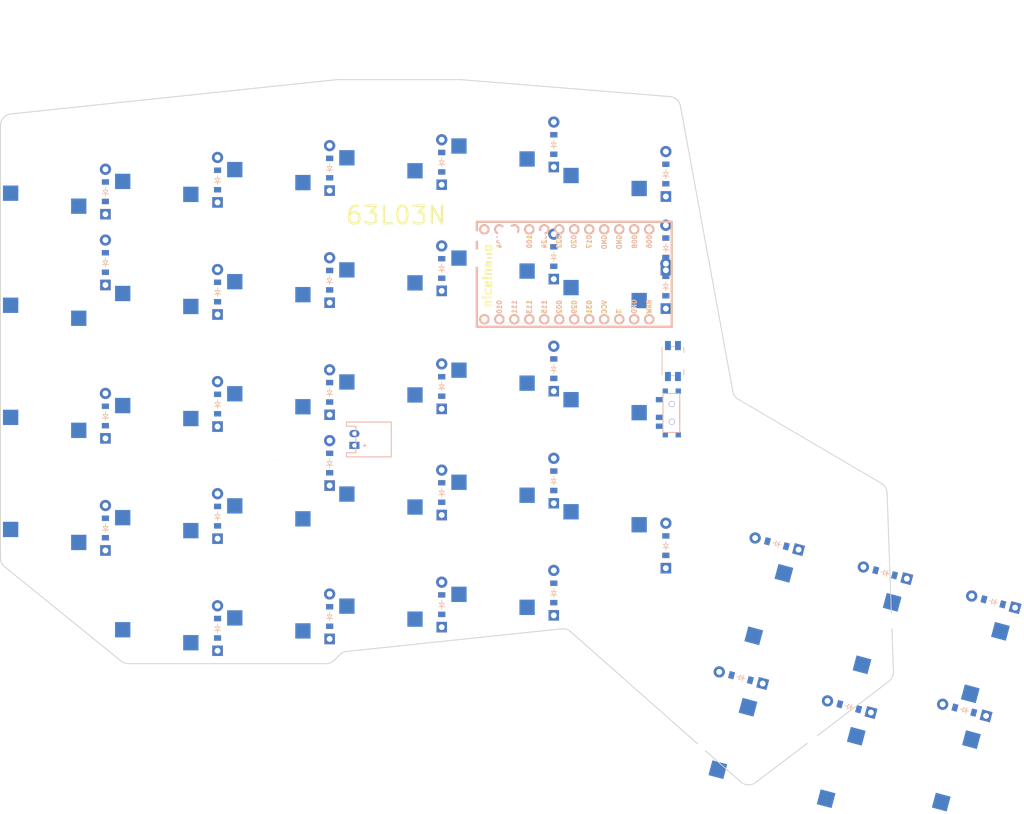
<source format=kicad_pcb>
(kicad_pcb (version 20240108) (generator "pcbnew") (generator_version "8.0")
  (title_block (title "left") (rev "v1.0.0") (company "Unknown"))
  (layers (0 "F.Cu" signal) (31 "B.Cu" signal) (34 "B.Paste" user) (35 "F.Paste" user) (36 "B.SilkS" user "B.Silkscreen") (37 "F.SilkS" user "F.Silkscreen") (38 "B.Mask" user) (39 "F.Mask" user) (44 "Edge.Cuts" user))
  (net 0 "")
  (net 1 "one_home")
  (net 2 "one_top")
  (net 3 "one_num")
  (net 4 "one_mod")
  (net 5 "two_bottom")
  (net 6 "two_home")
  (net 7 "two_top")
  (net 8 "two_num")
  (net 9 "two_mod")
  (net 10 "three_bottom")
  (net 11 "three_home")
  (net 12 "three_top")
  (net 13 "three_num")
  (net 14 "three_mod")
  (net 15 "four_bottom")
  (net 16 "four_home")
  (net 17 "four_top")
  (net 18 "four_num")
  (net 19 "four_mod")
  (net 20 "five_bottom")
  (net 21 "five_home")
  (net 22 "five_top")
  (net 23 "five_num")
  (net 24 "five_mod")
  (net 25 "six_home")
  (net 26 "six_top")
  (net 27 "six_num")
  (net 28 "six_mod")
  (net 29 "layer_bottom")
  (net 30 "layer_home")
  (net 31 "layer_in")
  (net 32 "space_bottom")
  (net 33 "space_home")
  (net 34 "space_in")
  (net 35 "P115")
  (net 36 "P002")
  (net 37 "P031")
  (net 38 "P113")
  (net 39 "P029")
  (net 40 "P009")
  (net 41 "P010")
  (net 42 "RAW")
  (net 43 "GND")
  (net 44 "RST")
  (net 45 "VCC")
  (net 46 "P111")
  (net 47 "P006")
  (net 48 "P008")
  (net 49 "P017")
  (net 50 "P020")
  (net 51 "P022")
  (net 52 "P024")
  (net 53 "P100")
  (net 54 "P011")
  (net 55 "P104")
  (net 56 "P106")
  (net 57 "pos")
  (footprint "E73:SPDT_C128955" (layer "F.Cu") (at 203.8 65 -90)
    (property "Reference" "T1" (hide yes))
    (property "Value" "" (hide yes))
    (pad "" smd rect (at -3.7 -1.1 270) (size 0.9 0.9) (layers "B.Cu" "B.Paste" "B.Mask"))
    (pad "" smd rect (at -3.7 1.1 270) (size 0.9 0.9) (layers "B.Cu" "B.Paste" "B.Mask"))
    (pad "" np_thru_hole circle (at -1.5 0) (size 1 1) (drill 0.9) (layers "*.Cu" "*.Mask"))
    (pad "" np_thru_hole circle (at 1.5 0) (size 1 1) (drill 0.9) (layers "*.Cu" "*.Mask"))
    (pad "" smd rect (at 3.7 -1.1 270) (size 0.9 0.9) (layers "B.Cu" "B.Paste" "B.Mask"))
    (pad "" smd rect (at 3.7 1.1 270) (size 0.9 0.9) (layers "B.Cu" "B.Paste" "B.Mask"))
    (pad "1" smd rect (at -2.25 2.075 270) (size 0.9 1.25) (layers "B.Cu" "B.Paste" "B.Mask") (net 57 "pos"))
    (pad "2" smd rect (at 0.75 2.075 270) (size 0.9 1.25) (layers "B.Cu" "B.Paste" "B.Mask") (net 42 "RAW"))
    (pad "3" smd rect (at 2.25 2.075 270) (size 0.9 1.25) (layers "B.Cu" "B.Paste" "B.Mask"))
  )
  (footprint "PG1350" (layer "F.Cu") (at 195 21 180)
    (property "Reference" "S28" (hide yes))
    (property "Value" "" (hide yes))
    (pad "" np_thru_hole circle (at -5.5 0) (size 1.7018 1.7018) (drill 1.7018) (layers "*.Cu" "*.Mask"))
    (pad "" np_thru_hole circle (at 0 -5.95) (size 3 3) (drill 3) (layers "*.Cu" "*.Mask"))
    (pad "" np_thru_hole circle (at 0 0) (size 3.429 3.429) (drill 3.429) (layers "*.Cu" "*.Mask"))
    (pad "" np_thru_hole circle (at 5 -3.75) (size 3 3) (drill 3) (layers "*.Cu" "*.Mask"))
    (pad "" np_thru_hole circle (at 5.5 0) (size 1.7018 1.7018) (drill 1.7018) (layers "*.Cu" "*.Mask"))
    (pad "1" smd rect (at -3.275 -5.95 180) (size 2.6 2.6) (layers "B.Cu" "B.Paste" "B.Mask"))
    (pad "2" smd rect (at 8.275 -3.75 180) (size 2.6 2.6) (layers "B.Cu" "B.Paste" "B.Mask") (net 28 "six_mod"))
  )
  (footprint "ComboDiode" (layer "F.Cu") (at 164.8 40.5 90)
    (property "Reference" "D15" (hide yes))
    (property "Value" "" (hide yes))
    (pad "1" thru_hole rect (at -3.81 0 90) (size 1.778 1.778) (drill 0.9906) (layers "*.Cu" "*.Mask") (net 39 "P029"))
    (pad "1" smd rect (at -1.65 0 90) (size 0.9 1.2) (layers "F.Cu" "F.Paste" "F.Mask") (net 39 "P029"))
    (pad "1" smd rect (at -1.65 0 90) (size 0.9 1.2) (layers "B.Cu" "B.Paste" "B.Mask") (net 39 "P029"))
    (pad "2" smd rect (at 1.65 0 90) (size 0.9 1.2) (layers "F.Cu" "F.Paste" "F.Mask") (net 18 "four_num"))
    (pad "2" smd rect (at 1.65 0 90) (size 0.9 1.2) (layers "B.Cu" "B.Paste" "B.Mask") (net 18 "four_num"))
    (pad "2" thru_hole circle (at 3.81 0 90) (size 1.905 1.905) (drill 0.9906) (layers "*.Cu" "*.Mask") (net 18 "four_num"))
  )
  (footprint "PG1350" (layer "F.Cu") (at 100 24 180)
    (property "Reference" "S4" (hide yes))
    (property "Value" "" (hide yes))
    (pad "" np_thru_hole circle (at -5.5 0) (size 1.7018 1.7018) (drill 1.7018) (layers "*.Cu" "*.Mask"))
    (pad "" np_thru_hole circle (at 0 -5.95) (size 3 3) (drill 3) (layers "*.Cu" "*.Mask"))
    (pad "" np_thru_hole circle (at 0 0) (size 3.429 3.429) (drill 3.429) (layers "*.Cu" "*.Mask"))
    (pad "" np_thru_hole circle (at 5 -3.75) (size 3 3) (drill 3) (layers "*.Cu" "*.Mask"))
    (pad "" np_thru_hole circle (at 5.5 0) (size 1.7018 1.7018) (drill 1.7018) (layers "*.Cu" "*.Mask"))
    (pad "1" smd rect (at -3.275 -5.95 180) (size 2.6 2.6) (layers "B.Cu" "B.Paste" "B.Mask"))
    (pad "2" smd rect (at 8.275 -3.75 180) (size 2.6 2.6) (layers "B.Cu" "B.Paste" "B.Mask") (net 4 "one_mod"))
  )
  (footprint "ComboDiode" (layer "F.Cu") (at 126.8 25.5 90)
    (property "Reference" "D8" (hide yes))
    (property "Value" "" (hide yes))
    (pad "1" thru_hole rect (at -3.81 0 90) (size 1.778 1.778) (drill 0.9906) (layers "*.Cu" "*.Mask") (net 37 "P031"))
    (pad "1" smd rect (at -1.65 0 90) (size 0.9 1.2) (layers "F.Cu" "F.Paste" "F.Mask") (net 37 "P031"))
    (pad "1" smd rect (at -1.65 0 90) (size 0.9 1.2) (layers "B.Cu" "B.Paste" "B.Mask") (net 37 "P031"))
    (pad "2" smd rect (at 1.65 0 90) (size 0.9 1.2) (layers "F.Cu" "F.Paste" "F.Mask") (net 9 "two_mod"))
    (pad "2" smd rect (at 1.65 0 90) (size 0.9 1.2) (layers "B.Cu" "B.Paste" "B.Mask") (net 9 "two_mod"))
    (pad "2" thru_hole circle (at 3.81 0 90) (size 1.905 1.905) (drill 0.9906) (layers "*.Cu" "*.Mask") (net 9 "two_mod"))
  )
  (footprint "ComboDiode" (layer "F.Cu") (at 164.8 97.5 90)
    (property "Reference" "D13" (hide yes))
    (property "Value" "" (hide yes))
    (pad "1" thru_hole rect (at -3.81 0 90) (size 1.778 1.778) (drill 0.9906) (layers "*.Cu" "*.Mask") (net 38 "P113"))
    (pad "1" smd rect (at -1.65 0 90) (size 0.9 1.2) (layers "F.Cu" "F.Paste" "F.Mask") (net 38 "P113"))
    (pad "1" smd rect (at -1.65 0 90) (size 0.9 1.2) (layers "B.Cu" "B.Paste" "B.Mask") (net 38 "P113"))
    (pad "2" smd rect (at 1.65 0 90) (size 0.9 1.2) (layers "F.Cu" "F.Paste" "F.Mask") (net 15 "four_bottom"))
    (pad "2" smd rect (at 1.65 0 90) (size 0.9 1.2) (layers "B.Cu" "B.Paste" "B.Mask") (net 15 "four_bottom"))
    (pad "2" thru_hole circle (at 3.81 0 90) (size 1.905 1.905) (drill 0.9906) (layers "*.Cu" "*.Mask") (net 15 "four_bottom"))
  )
  (footprint "PG1350" (layer "F.Cu") (at 228.482724 121.429104 -105)
    (property "Reference" "S30" (hide yes))
    (property "Value" "" (hide yes))
    (pad "" np_thru_hole circle (at -5.5 0) (size 1.7018 1.7018) (drill 1.7018) (layers "*.Cu" "*.Mask"))
    (pad "" np_thru_hole circle (at 0 -5.95) (size 3 3) (drill 3) (layers "*.Cu" "*.Mask"))
    (pad "" np_thru_hole circle (at 0 0) (size 3.429 3.429) (drill 3.429) (layers "*.Cu" "*.Mask"))
    (pad "" np_thru_hole circle (at 5 -3.75) (size 3 3) (drill 3) (layers "*.Cu" "*.Mask"))
    (pad "" np_thru_hole circle (at 5.5 0) (size 1.7018 1.7018) (drill 1.7018) (layers "*.Cu" "*.Mask"))
    (pad "1" smd rect (at -3.275 -5.95 255) (size 2.6 2.6) (layers "B.Cu" "B.Paste" "B.Mask"))
    (pad "2" smd rect (at 8.275 -3.75 255) (size 2.6 2.6) (layers "B.Cu" "B.Paste" "B.Mask") (net 30 "layer_home"))
  )
  (footprint "PG1350" (layer "F.Cu") (at 119 22 180)
    (property "Reference" "S9" (hide yes))
    (property "Value" "" (hide yes))
    (pad "" np_thru_hole circle (at -5.5 0) (size 1.7018 1.7018) (drill 1.7018) (layers "*.Cu" "*.Mask"))
    (pad "" np_thru_hole circle (at 0 -5.95) (size 3 3) (drill 3) (layers "*.Cu" "*.Mask"))
    (pad "" np_thru_hole circle (at 0 0) (size 3.429 3.429) (drill 3.429) (layers "*.Cu" "*.Mask"))
    (pad "" np_thru_hole circle (at 5 -3.75) (size 3 3) (drill 3) (layers "*.Cu" "*.Mask"))
    (pad "" np_thru_hole circle (at 5.5 0) (size 1.7018 1.7018) (drill 1.7018) (layers "*.Cu" "*.Mask"))
    (pad "1" smd rect (at -3.275 -5.95 180) (size 2.6 2.6) (layers "B.Cu" "B.Paste" "B.Mask"))
    (pad "2" smd rect (at 8.275 -3.75 180) (size 2.6 2.6) (layers "B.Cu" "B.Paste" "B.Mask") (net 9 "two_mod"))
  )
  (footprint "ComboDiode" (layer "F.Cu") (at 164.8 78.5 90)
    (property "Reference" "D14" (hide yes))
    (property "Value" "" (hide yes))
    (pad "1" thru_hole rect (at -3.81 0 90) (size 1.778 1.778) (drill 0.9906) (layers "*.Cu" "*.Mask") (net 35 "P115"))
    (pad "1" smd rect (at -1.65 0 90) (size 0.9 1.2) (layers "F.Cu" "F.Paste" "F.Mask") (net 35 "P115"))
    (pad "1" smd rect (at -1.65 0 90) (size 0.9 1.2) (layers "B.Cu" "B.Paste" "B.Mask") (net 35 "P115"))
    (pad "2" smd rect (at 1.65 0 90) (size 0.9 1.2) (layers "F.Cu" "F.Paste" "F.Mask") (net 16 "four_home"))
    (pad "2" smd rect (at 1.65 0 90) (size 0.9 1.2) (layers "B.Cu" "B.Paste" "B.Mask") (net 16 "four_home"))
    (pad "2" thru_hole circle (at 3.81 0 90) (size 1.905 1.905) (drill 0.9906) (layers "*.Cu" "*.Mask") (net 16 "four_home"))
  )
  (footprint "PG1350" (layer "F.Cu") (at 210.130133 116.511542 -105)
    (property "Reference" "S31" (hide yes))
    (property "Value" "" (hide yes))
    (pad "" np_thru_hole circle (at -5.5 0) (size 1.7018 1.7018) (drill 1.7018) (layers "*.Cu" "*.Mask"))
    (pad "" np_thru_hole circle (at 0 -5.95) (size 3 3) (drill 3) (layers "*.Cu" "*.Mask"))
    (pad "" np_thru_hole circle (at 0 0) (size 3.429 3.429) (drill 3.429) (layers "*.Cu" "*.Mask"))
    (pad "" np_thru_hole circle (at 5 -3.75) (size 3 3) (drill 3) (layers "*.Cu" "*.Mask"))
    (pad "" np_thru_hole circle (at 5.5 0) (size 1.7018 1.7018) (drill 1.7018) (layers "*.Cu" "*.Mask"))
    (pad "1" smd rect (at -3.275 -5.95 255) (size 2.6 2.6) (layers "B.Cu" "B.Paste" "B.Mask"))
    (pad "2" smd rect (at 8.275 -3.75 255) (size 2.6 2.6) (layers "B.Cu" "B.Paste" "B.Mask") (net 31 "layer_in"))
  )
  (footprint "PG1350" (layer "F.Cu") (at 176 16 180)
    (property "Reference" "S24" (hide yes))
    (property "Value" "" (hide yes))
    (pad "" np_thru_hole circle (at -5.5 0) (size 1.7018 1.7018) (drill 1.7018) (layers "*.Cu" "*.Mask"))
    (pad "" np_thru_hole circle (at 0 -5.95) (size 3 3) (drill 3) (layers "*.Cu" "*.Mask"))
    (pad "" np_thru_hole circle (at 0 0) (size 3.429 3.429) (drill 3.429) (layers "*.Cu" "*.Mask"))
    (pad "" np_thru_hole circle (at 5 -3.75) (size 3 3) (drill 3) (layers "*.Cu" "*.Mask"))
    (pad "" np_thru_hole circle (at 5.5 0) (size 1.7018 1.7018) (drill 1.7018) (layers "*.Cu" "*.Mask"))
    (pad "1" smd rect (at -3.275 -5.95 180) (size 2.6 2.6) (layers "B.Cu" "B.Paste" "B.Mask"))
    (pad "2" smd rect (at 8.275 -3.75 180) (size 2.6 2.6) (layers "B.Cu" "B.Paste" "B.Mask") (net 24 "five_mod"))
  )
  (footprint "Panasonic_EVQPUL_EVQPUC" (layer "F.Cu") (at 204 56.2 -90)
    (property "Reference" "B1" (hide yes))
    (property "Value" "Panasonic_EVQPUL_EVQPUC" (hide yes))
    (pad "" np_thru_hole circle (at 0 -1.375 270) (size 0.75 0.75) (drill 0.75) (layers "*.Cu" "*.Mask"))
    (pad "" np_thru_hole circle (at 0 1.375 270) (size 0.75 0.75) (drill 0.75) (layers "*.Cu" "*.Mask"))
    (pad "1" smd rect (at -2.625 -0.85 270) (size 1.55 1) (layers "B.Cu" "B.Paste" "B.Mask") (net 43 "GND"))
    (pad "1" smd rect (at 2.625 -0.85 270) (size 1.55 1) (layers "B.Cu" "B.Paste" "B.Mask") (net 43 "GND"))
    (pad "2" smd rect (at -2.625 0.85 270) (size 1.55 1) (layers "B.Cu" "B.Paste" "B.Mask") (net 44 "RST"))
    (pad "2" smd rect (at 2.625 0.85 270) (size 1.55 1) (layers "B.Cu" "B.Paste" "B.Mask") (net 44 "RST"))
  )
  (footprint "ComboDiode" (layer "F.Cu") (at 107.8 84.5 90)
    (property "Reference" "D1" (hide yes))
    (property "Value" "" (hide yes))
    (pad "1" thru_hole rect (at -3.81 0 90) (size 1.778 1.778) (drill 0.9906) (layers "*.Cu" "*.Mask") (net 35 "P115"))
    (pad "1" smd rect (at -1.65 0 90) (size 0.9 1.2) (layers "F.Cu" "F.Paste" "F.Mask") (net 35 "P115"))
    (pad "1" smd rect (at -1.65 0 90) (size 0.9 1.2) (layers "B.Cu" "B.Paste" "B.Mask") (net 35 "P115"))
    (pad "2" smd rect (at 1.65 0 90) (size 0.9 1.2) (layers "F.Cu" "F.Paste" "F.Mask") (net 1 "one_home"))
    (pad "2" smd rect (at 1.65 0 90) (size 0.9 1.2) (layers "B.Cu" "B.Paste" "B.Mask") (net 1 "one_home"))
    (pad "2" thru_hole circle (at 3.81 0 90) (size 1.905 1.905) (drill 0.9906) (layers "*.Cu" "*.Mask") (net 1 "one_home"))
  )
  (footprint "ComboDiode" (layer "F.Cu") (at 126.8 101.5 90)
    (property "Reference" "D4" (hide yes))
    (property "Value" "" (hide yes))
    (pad "1" thru_hole rect (at -3.81 0 90) (size 1.778 1.778) (drill 0.9906) (layers "*.Cu" "*.Mask") (net 38 "P113"))
    (pad "1" smd rect (at -1.65 0 90) (size 0.9 1.2) (layers "F.Cu" "F.Paste" "F.Mask") (net 38 "P113"))
    (pad "1" smd rect (at -1.65 0 90) (size 0.9 1.2) (layers "B.Cu" "B.Paste" "B.Mask") (net 38 "P113"))
    (pad "2" smd rect (at 1.65 0 90) (size 0.9 1.2) (layers "F.Cu" "F.Paste" "F.Mask") (net 5 "two_bottom"))
    (pad "2" smd rect (at 1.65 0 90) (size 0.9 1.2) (layers "B.Cu" "B.Paste" "B.Mask") (net 5 "two_bottom"))
    (pad "2" thru_hole circle (at 3.81 0 90) (size 1.905 1.905) (drill 0.9906) (layers "*.Cu" "*.Mask") (net 5 "two_bottom"))
  )
  (footprint "PG1350" (layer "F.Cu") (at 176 73 180)
    (property "Reference" "S21" (hide yes))
    (property "Value" "" (hide yes))
    (pad "" np_thru_hole circle (at -5.5 0) (size 1.7018 1.7018) (drill 1.7018) (layers "*.Cu" "*.Mask"))
    (pad "" np_thru_hole circle (at 0 -5.95) (size 3 3) (drill 3) (layers "*.Cu" "*.Mask"))
    (pad "" np_thru_hole circle (at 0 0) (size 3.429 3.429) (drill 3.429) (layers "*.Cu" "*.Mask"))
    (pad "" np_thru_hole circle (at 5 -3.75) (size 3 3) (drill 3) (layers "*.Cu" "*.Mask"))
    (pad "" np_thru_hole circle (at 5.5 0) (size 1.7018 1.7018) (drill 1.7018) (layers "*.Cu" "*.Mask"))
    (pad "1" smd rect (at -3.275 -5.95 180) (size 2.6 2.6) (layers "B.Cu" "B.Paste" "B.Mask"))
    (pad "2" smd rect (at 8.275 -3.75 180) (size 2.6 2.6) (layers "B.Cu" "B.Paste" "B.Mask") (net 21 "five_home"))
  )
  (footprint "PG1350" (layer "F.Cu") (at 195 59 180)
    (property "Reference" "S26" (hide yes))
    (property "Value" "" (hide yes))
    (pad "" np_thru_hole circle (at -5.5 0) (size 1.7018 1.7018) (drill 1.7018) (layers "*.Cu" "*.Mask"))
    (pad "" np_thru_hole circle (at 0 -5.95) (size 3 3) (drill 3) (layers "*.Cu" "*.Mask"))
    (pad "" np_thru_hole circle (at 0 0) (size 3.429 3.429) (drill 3.429) (layers "*.Cu" "*.Mask"))
    (pad "" np_thru_hole circle (at 5 -3.75) (size 3 3) (drill 3) (layers "*.Cu" "*.Mask"))
    (pad "" np_thru_hole circle (at 5.5 0) (size 1.7018 1.7018) (drill 1.7018) (layers "*.Cu" "*.Mask"))
    (pad "1" smd rect (at -3.275 -5.95 180) (size 2.6 2.6) (layers "B.Cu" "B.Paste" "B.Mask"))
    (pad "2" smd rect (at 8.275 -3.75 180) (size 2.6 2.6) (layers "B.Cu" "B.Paste" "B.Mask") (net 26 "six_top"))
  )
  (footprint "ComboDiode" (layer "F.Cu") (at 202.8 43.5 90)
    (property "Reference" "D21" (hide yes))
    (property "Value" "" (hide yes))
    (pad "1" thru_hole rect (at -3.81 0 90) (size 1.778 1.778) (drill 0.9906) (layers "*.Cu" "*.Mask") (net 39 "P029"))
    (pad "1" smd rect (at -1.65 0 90) (size 0.9 1.2) (layers "F.Cu" "F.Paste" "F.Mask") (net 39 "P029"))
    (pad "1" smd rect (at -1.65 0 90) (size 0.9 1.2) (layers "B.Cu" "B.Paste" "B.Mask") (net 39 "P029"))
    (pad "2" smd rect (at 1.65 0 90) (size 0.9 1.2) (layers "F.Cu" "F.Paste" "F.Mask") (net 27 "six_num"))
    (pad "2" smd rect (at 1.65 0 90) (size 0.9 1.2) (layers "B.Cu" "B.Paste" "B.Mask") (net 27 "six_num"))
    (pad "2" thru_hole circle (at 3.81 0 90) (size 1.905 1.905) (drill 0.9906) (layers "*.Cu" "*.Mask") (net 27 "six_num"))
  )
  (footprint "PG1350" (layer "F.Cu") (at 119 98 180)
    (property "Reference" "S5" (hide yes))
    (property "Value" "" (hide yes))
    (pad "" np_thru_hole circle (at -5.5 0) (size 1.7018 1.7018) (drill 1.7018) (layers "*.Cu" "*.Mask"))
    (pad "" np_thru_hole circle (at 0 -5.95) (size 3 3) (drill 3) (layers "*.Cu" "*.Mask"))
    (pad "" np_thru_hole circle (at 0 0) (size 3.429 3.429) (drill 3.429) (layers "*.Cu" "*.Mask"))
    (pad "" np_thru_hole circle (at 5 -3.75) (size 3 3) (drill 3) (layers "*.Cu" "*.Mask"))
    (pad "" np_thru_hole circle (at 5.5 0) (size 1.7018 1.7018) (drill 1.7018) (layers "*.Cu" "*.Mask"))
    (pad "1" smd rect (at -3.275 -5.95 180) (size 2.6 2.6) (layers "B.Cu" "B.Paste" "B.Mask"))
    (pad "2" smd rect (at 8.275 -3.75 180) (size 2.6 2.6) (layers "B.Cu" "B.Paste" "B.Mask") (net 5 "two_bottom"))
  )
  (footprint "PG1350" (layer "F.Cu") (at 138 39 180)
    (property "Reference" "S13" (hide yes))
    (property "Value" "" (hide yes))
    (pad "" np_thru_hole circle (at -5.5 0) (size 1.7018 1.7018) (drill 1.7018) (layers "*.Cu" "*.Mask"))
    (pad "" np_thru_hole circle (at 0 -5.95) (size 3 3) (drill 3) (layers "*.Cu" "*.Mask"))
    (pad "" np_thru_hole circle (at 0 0) (size 3.429 3.429) (drill 3.429) (layers "*.Cu" "*.Mask"))
    (pad "" np_thru_hole circle (at 5 -3.75) (size 3 3) (drill 3) (layers "*.Cu" "*.Mask"))
    (pad "" np_thru_hole circle (at 5.5 0) (size 1.7018 1.7018) (drill 1.7018) (layers "*.Cu" "*.Mask"))
    (pad "1" smd rect (at -3.275 -5.95 180) (size 2.6 2.6) (layers "B.Cu" "B.Paste" "B.Mask"))
    (pad "2" smd rect (at 8.275 -3.75 180) (size 2.6 2.6) (layers "B.Cu" "B.Paste" "B.Mask") (net 13 "three_num"))
  )
  (footprint "ComboDiode" (layer "F.Cu") (at 126.8 44.5 90)
    (property "Reference" "D7" (hide yes))
    (property "Value" "" (hide yes))
    (pad "1" thru_hole rect (at -3.81 0 90) (size 1.778 1.778) (drill 0.9906) (layers "*.Cu" "*.Mask") (net 39 "P029"))
    (pad "1" smd rect (at -1.65 0 90) (size 0.9 1.2) (layers "F.Cu" "F.Paste" "F.Mask") (net 39 "P029"))
    (pad "1" smd rect (at -1.65 0 90) (size 0.9 1.2) (layers "B.Cu" "B.Paste" "B.Mask") (net 39 "P029"))
    (pad "2" smd rect (at 1.65 0 90) (size 0.9 1.2) (layers "F.Cu" "F.Paste" "F.Mask") (net 8 "two_num"))
    (pad "2" smd rect (at 1.65 0 90) (size 0.9 1.2) (layers "B.Cu" "B.Paste" "B.Mask") (net 8 "two_num"))
    (pad "2" thru_hole circle (at 3.81 0 90) (size 1.905 1.905) (drill 0.9906) (layers "*.Cu" "*.Mask") (net 8 "two_num"))
  )
  (footprint "ComboDiode" (layer "F.Cu") (at 164.8 22.5 90)
    (property "Reference" "D34" (hide yes))
    (property "Value" "" (hide yes))
    (pad "1" thru_hole rect (at -3.81 0 90) (size 1.778 1.778) (drill 0.9906) (layers "*.Cu" "*.Mask") (net 37 "P031"))
    (pad "1" smd rect (at -1.65 0 90) (size 0.9 1.2) (layers "F.Cu" "F.Paste" "F.Mask") (net 37 "P031"))
    (pad "1" smd rect (at -1.65 0 90) (size 0.9 1.2) (layers "B.Cu" "B.Paste" "B.Mask") (net 37 "P031"))
    (pad "2" smd rect (at 1.65 0 90) (size 0.9 1.2) (layers "F.Cu" "F.Paste" "F.Mask") (net 19 "four_mod"))
    (pad "2" smd rect (at 1.65 0 90) (size 0.9 1.2) (layers "B.Cu" "B.Paste" "B.Mask") (net 19 "four_mod"))
    (pad "2" thru_hole circle (at 3.81 0 90) (size 1.905 1.905) (drill 0.9906) (layers "*.Cu" "*.Mask") (net 19 "four_mod"))
  )
  (footprint "PG1350" (layer "F.Cu") (at 176 35 180)
    (property "Reference" "S23" (hide yes))
    (property "Value" "" (hide yes))
    (pad "" np_thru_hole circle (at -5.5 0) (size 1.7018 1.7018) (drill 1.7018) (layers "*.Cu" "*.Mask"))
    (pad "" np_thru_hole circle (at 0 -5.95) (size 3 3) (drill 3) (layers "*.Cu" "*.Mask"))
    (pad "" np_thru_hole circle (at 0 0) (size 3.429 3.429) (drill 3.429) (layers "*.Cu" "*.Mask"))
    (pad "" np_thru_hole circle (at 5 -3.75) (size 3 3) (drill 3) (layers "*.Cu" "*.Mask"))
    (pad "" np_thru_hole circle (at 5.5 0) (size 1.7018 1.7018) (drill 1.7018) (layers "*.Cu" "*.Mask"))
    (pad "1" smd rect (at -3.275 -5.95 180) (size 2.6 2.6) (layers "B.Cu" "B.Paste" "B.Mask"))
    (pad "2" smd rect (at 8.275 -3.75 180) (size 2.6 2.6) (layers "B.Cu" "B.Paste" "B.Mask") (net 23 "five_num"))
  )
  (footprint "HOLE_M2_TH" (layer "F.Cu") (at 120 100)
    (property "Reference" "" (at 0 0 0) (layer "F.SilkS") (effects (font (size 1.27 1.27))))
    (property "Value" "")
    (pad "" np_thru_hole circle (at 0 0 90) (size 4 4) (drill 4) (layers "*.Cu" "*.Mask" "F.SilkS") (clearance 0.3))
  )
  (footprint "ComboDiode" (layer "F.Cu") (at 233.882253 114.80075 165)
    (property "Reference" "D24" (hide yes))
    (property "Value" "" (hide yes))
    (pad "1" thru_hole rect (at -3.81 -0.000001 165) (size 1.778 1.778) (drill 0.9906) (layers "*.Cu" "*.Mask") (net 41 "P010"))
    (pad "1" smd rect (at -1.65 0.000001 165) (size 0.9 1.2) (layers "F.Cu" "F.Paste" "F.Mask") (net 41 "P010"))
    (pad "1" smd rect (at -1.65 0.000001 165) (size 0.9 1.2) (layers "B.Cu" "B.Paste" "B.Mask") (net 41 "P010"))
    (pad "2" smd rect (at 1.65 -0.000001 165) (size 0.9 1.2) (layers "F.Cu" "F.Paste" "F.Mask") (net 30 "layer_home"))
    (pad "2" smd rect (at 1.65 -0.000001 165) (size 0.9 1.2) (layers "B.Cu" "B.Paste" "B.Mask") (net 30 "layer_home"))
    (pad "2" thru_hole circle (at 3.81 0.000001 165) (size 1.905 1.905) (drill 0.9906) (layers "*.Cu" "*.Mask") (net 30 "layer_home"))
  )
  (footprint "PG1350" (layer "F.Cu") (at 157 56 180)
    (property "Reference" "S17" (hide yes))
    (property "Value" "" (hide yes))
    (pad "" np_thru_hole circle (at -5.5 0) (size 1.7018 1.7018) (drill 1.7018) (layers "*.Cu" "*.Mask"))
    (pad "" np_thru_hole circle (at 0 -5.95) (size 3 3) (drill 3) (layers "*.Cu" "*.Mask"))
    (pad "" np_thru_hole circle (at 0 0) (size 3.429 3.429) (drill 3.429) (layers "*.Cu" "*.Mask"))
    (pad "" np_thru_hole circle (at 5 -3.75) (size 3 3) (drill 3) (layers "*.Cu" "*.Mask"))
    (pad "" np_thru_hole circle (at 5.5 0) (size 1.7018 1.7018) (drill 1.7018) (layers "*.Cu" "*.Mask"))
    (pad "1" smd rect (at -3.275 -5.95 180) (size 2.6 2.6) (layers "B.Cu" "B.Paste" "B.Mask"))
    (pad "2" smd rect (at 8.275 -3.75 180) (size 2.6 2.6) (layers "B.Cu" "B.Paste" "B.Mask") (net 17 "four_top"))
  )
  (footprint "HOLE_M2_TH" (layer "F.Cu") (at 99 60)
    (property "Reference" "" (at 0 0 0) (layer "F.SilkS") (effects (font (size 1.27 1.27))))
    (property "Value" "")
    (pad "" np_thru_hole circle (at 0 0 90) (size 4 4) (drill 4) (layers "*.Cu" "*.Mask" "F.SilkS") (clearance 0.3))
  )
  (footprint "PG1350" (layer "F.Cu") (at 176 92 180)
    (property "Reference" "S20" (hide yes))
    (property "Value" "" (hide yes))
    (pad "" np_thru_hole circle (at -5.5 0) (size 1.7018 1.7018) (drill 1.7018) (layers "*.Cu" "*.Mask"))
    (pad "" np_thru_hole circle (at 0 -5.95) (size 3 3) (drill 3) (layers "*.Cu" "*.Mask"))
    (pad "" np_thru_hole circle (at 0 0) (size 3.429 3.429) (drill 3.429) (layers "*.Cu" "*.Mask"))
    (pad "" np_thru_hole circle (at 5 -3.75) (size 3 3) (drill 3) (layers "*.Cu" "*.Mask"))
    (pad "" np_thru_hole circle (at 5.5 0) (size 1.7018 1.7018) (drill 1.7018) (layers "*.Cu" "*.Mask"))
    (pad "1" smd rect (at -3.275 -5.95 180) (size 2.6 2.6) (layers "B.Cu" "B.Paste" "B.Mask"))
    (pad "2" smd rect (at 8.275 -3.75 180) (size 2.6 2.6) (layers "B.Cu" "B.Paste" "B.Mask") (net 20 "five_bottom"))
  )
  (footprint "PG1350" (layer "F.Cu") (at 119 60 180)
    (property "Reference" "S7" (hide yes))
    (property "Value" "" (hide yes))
    (pad "" np_thru_hole circle (at -5.5 0) (size 1.7018 1.7018) (drill 1.7018) (layers "*.Cu" "*.Mask"))
    (pad "" np_thru_hole circle (at 0 -5.95) (size 3 3) (drill 3) (layers "*.Cu" "*.Mask"))
    (pad "" np_thru_hole circle (at 0 0) (size 3.429 3.429) (drill 3.429) (layers "*.Cu" "*.Mask"))
    (pad "" np_thru_hole circle (at 5 -3.75) (size 3 3) (drill 3) (layers "*.Cu" "*.Mask"))
    (pad "" np_thru_hole circle (at 5.5 0) (size 1.7018 1.7018) (drill 1.7018) (layers "*.Cu" "*.Mask"))
    (pad "1" smd rect (at -3.275 -5.95 180) (size 2.6 2.6) (layers "B.Cu" "B.Paste" "B.Mask"))
    (pad "2" smd rect (at 8.275 -3.75 180) (size 2.6 2.6) (layers "B.Cu" "B.Paste" "B.Mask") (net 7 "two_top"))
  )
  (footprint "ComboDiode" (layer "F.Cu") (at 202.8 24.5 90)
    (property "Reference" "D22" (hide yes))
    (property "Value" "" (hide yes))
    (pad "1" thru_hole rect (at -3.81 0 90) (size 1.778 1.778) (drill 0.9906) (layers "*.Cu" "*.Mask") (net 37 "P031"))
    (pad "1" smd rect (at -1.65 0 90) (size 0.9 1.2) (layers "F.Cu" "F.Paste" "F.Mask") (net 37 "P031"))
    (pad "1" smd rect (at -1.65 0 90) (size 0.9 1.2) (layers "B.Cu" "B.Paste" "B.Mask") (net 37 "P031"))
    (pad "2" smd rect (at 1.65 0 90) (size 0.9 1.2) (layers "F.Cu" "F.Paste" "F.Mask") (net 28 "six_mod"))
    (pad "2" smd rect (at 1.65 0 90) (size 0.9 1.2) (layers "B.Cu" "B.Paste" "B.Mask") (net 28 "six_mod"))
    (pad "2" thru_hole circle (at 3.81 0 90) (size 1.905 1.905) (drill 0.9906) (layers "*.Cu" "*.Mask") (net 28 "six_mod"))
  )
  (footprint "ComboDiode" (layer "F.Cu") (at 183.8 95.5 90)
    (property "Reference" "D16" (hide yes))
    (property "Value" "" (hide yes))
    (pad "1" thru_hole rect (at -3.81 0 90) (size 1.778 1.778) (drill 0.9906) (layers "*.Cu" "*.Mask") (net 38 "P113"))
    (pad "1" smd rect (at -1.65 0 90) (size 0.9 1.2) (layers "F.Cu" "F.Paste" "F.Mask") (net 38 "P113"))
    (pad "1" smd rect (at -1.65 0 90) (size 0.9 1.2) (layers "B.Cu" "B.Paste" "B.Mask") (net 38 "P113"))
    (pad "2" smd rect (at 1.65 0 90) (size 0.9 1.2) (layers "F.Cu" "F.Paste" "F.Mask") (net 20 "five_bottom"))
    (pad "2" smd rect (at 1.65 0 90) (size 0.9 1.2) (layers "B.Cu" "B.Paste" "B.Mask") (net 20 "five_bottom"))
    (pad "2" thru_hole circle (at 3.81 0 90) (size 1.905 1.905) (drill 0.9906) (layers "*.Cu" "*.Mask") (net 20 "five_bottom"))
  )
  (footprint "ComboDiode" (layer "F.Cu") (at 258.317091 97.019055 165)
    (property "Reference" "D26" (hide yes))
    (property "Value" "" (hide yes))
    (pad "1" thru_hole rect (at -3.81 -0.000001 165) (size 1.778 1.778) (drill 0.9906) (layers "*.Cu" "*.Mask") (net 40 "P009"))
    (pad "1" smd rect (at -1.65 0.000001 165) (size 0.9 1.2) (layers "F.Cu" "F.Paste" "F.Mask") (net 40 "P009"))
    (pad "1" smd rect (at -1.65 0.000001 165) (size 0.9 1.2) (layers "B.Cu" "B.Paste" "B.Mask") (net 40 "P009"))
    (pad "2" smd rect (at 1.65 -0.000001 165) (size 0.9 1.2) (layers "F.Cu" "F.Paste" "F.Mask") (net 32 "space_bottom"))
    (pad "2" smd rect (at 1.65 -0.000001 165) (size 0.9 1.2) (layers "B.Cu" "B.Paste" "B.Mask") (net 32 "space_bottom"))
    (pad "2" thru_hole circle (at 3.81 0.000001 165) (size 1.905 1.905) (drill 0.9906) (layers "*.Cu" "*.Mask") (net 32 "space_bottom"))
  )
  (footprint "ComboDiode" (layer "F.Cu") (at 107.8 27.5 90)
    (property "Reference" "D3" (hide yes))
    (property "Value" "" (hide yes))
    (pad "1" thru_hole rect (at -3.81 0 90) (size 1.778 1.778) (drill 0.9906) (layers "*.Cu" "*.Mask") (net 37 "P031"))
    (pad "1" smd rect (at -1.65 0 90) (size 0.9 1.2) (layers "F.Cu" "F.Paste" "F.Mask") (net 37 "P031"))
    (pad "1" smd rect (at -1.65 0 90) (size 0.9 1.2) (layers "B.Cu" "B.Paste" "B.Mask") (net 37 "P031"))
    (pad "2" smd rect (at 1.65 0 90) (size 0.9 1.2) (layers "F.Cu" "F.Paste" "F.Mask") (net 4 "one_mod"))
    (pad "2" smd rect (at 1.65 0 90) (size 0.9 1.2) (layers "B.Cu" "B.Paste" "B.Mask") (net 4 "one_mod"))
    (pad "2" thru_hole circle (at 3.81 0 90) (size 1.905 1.905) (drill 0.9906) (layers "*.Cu" "*.Mask") (net 4 "one_mod"))
  )
  (footprint "ComboDiode" (layer "F.Cu") (at 164.8 60.5 90)
    (property "Reference" "D33" (hide yes))
    (property "Value" "" (hide yes))
    (pad "1" thru_hole rect (at -3.81 0 90) (size 1.778 1.778) (drill 0.9906) (layers "*.Cu" "*.Mask") (net 36 "P002"))
    (pad "1" smd rect (at -1.65 0 90) (size 0.9 1.2) (layers "F.Cu" "F.Paste" "F.Mask") (net 36 "P002"))
    (pad "1" smd rect (at -1.65 0 90) (size 0.9 1.2) (layers "B.Cu" "B.Paste" "B.Mask") (net 36 "P002"))
    (pad "2" smd rect (at 1.65 0 90) (size 0.9 1.2) (layers "F.Cu" "F.Paste" "F.Mask") (net 17 "four_top"))
    (pad "2" smd rect (at 1.65 0 90) (size 0.9 1.2) (layers "B.Cu" "B.Paste" "B.Mask") (net 17 "four_top"))
    (pad "2" thru_hole circle (at 3.81 0 90) (size 1.905 1.905) (drill 0.9906) (layers "*.Cu" "*.Mask") (net 17 "four_top"))
  )
  (footprint "PG1350" (layer "F.Cu") (at 157 94 180)
    (property "Reference" "S15" (hide yes))
    (property "Value" "" (hide yes))
    (pad "" np_thru_hole circle (at -5.5 0) (size 1.7018 1.7018) (drill 1.7018) (layers "*.Cu" "*.Mask"))
    (pad "" np_thru_hole circle (at 0 -5.95) (size 3 3) (drill 3) (layers "*.Cu" "*.Mask"))
    (pad "" np_thru_hole circle (at 0 0) (size 3.429 3.429) (drill 3.429) (layers "*.Cu" "*.Mask"))
    (pad "" np_thru_hole circle (at 5 -3.75) (size 3 3) (drill 3) (layers "*.Cu" "*.Mask"))
    (pad "" np_thru_hole circle (at 5.5 0) (size 1.7018 1.7018) (drill 1.7018) (layers "*.Cu" "*.Mask"))
    (pad "1" smd rect (at -3.275 -5.95 180) (size 2.6 2.6) (layers "B.Cu" "B.Paste" "B.Mask"))
    (pad "2" smd rect (at 8.275 -3.75 180) (size 2.6 2.6) (layers "B.Cu" "B.Paste" "B.Mask") (net 15 "four_bottom"))
  )
  (footprint "ComboDiode" (layer "F.Cu") (at 183.8 57.5 90)
    (property "Reference" "D18" (hide yes))
    (property "Value" "" (hide yes))
    (pad "1" thru_hole rect (at -3.81 0 90) (size 1.778 1.778) (drill 0.9906) (layers "*.Cu" "*.Mask") (net 36 "P002"))
    (pad "1" smd rect (at -1.65 0 90) (size 0.9 1.2) (layers "F.Cu" "F.Paste" "F.Mask") (net 36 "P002"))
    (pad "1" smd rect (at -1.65 0 90) (size 0.9 1.2) (layers "B.Cu" "B.Paste" "B.Mask") (net 36 "P002"))
    (pad "2" smd rect (at 1.65 0 90) (size 0.9 1.2) (layers "F.Cu" "F.Paste" "F.Mask") (net 22 "five_top"))
    (pad "2" smd rect (at 1.65 0 90) (size 0.9 1.2) (layers "B.Cu" "B.Paste" "B.Mask") (net 22 "five_top"))
    (pad "2" thru_hole circle (at 3.81 0 90) (size 1.905 1.905) (drill 0.9906) (layers "*.Cu" "*.Mask") (net 22 "five_top"))
  )
  (footprint "ComboDiode" (layer "F.Cu") (at 126.8 82.5 90)
    (property "Reference" "D5" (hide yes))
    (property "Value" "" (hide yes))
    (pad "1" thru_hole rect (at -3.81 0 90) (size 1.778 1.778) (drill 0.9906) (layers "*.Cu" "*.Mask") (net 35 "P115"))
    (pad "1" smd rect (at -1.65 0 90) (size 0.9 1.2) (layers "F.Cu" "F.Paste" "F.Mask") (net 35 "P115"))
    (pad "1" smd rect (at -1.65 0 90) (size 0.9 1.2) (layers "B.Cu" "B.Paste" "B.Mask") (net 35 "P115"))
    (pad "2" smd rect (at 1.65 0 90) (size 0.9 1.2) (layers "F.Cu" "F.Paste" "F.Mask") (net 6 "two_home"))
    (pad "2" smd rect (at 1.65 0 90) (size 0.9 1.2) (layers "B.Cu" "B.Paste" "B.Mask") (net 6 "two_home"))
    (pad "2" thru_hole circle (at 3.81 0 90) (size 1.905 1.905) (drill 0.9906) (layers "*.Cu" "*.Mask") (net 6 "two_home"))
  )
  (footprint "ComboDiode" (layer "F.Cu") (at 107.8 65.5 90)
    (property "Reference" "D2" (hide yes))
    (property "Value" "" (hide yes))
    (pad "1" thru_hole rect (at -3.81 0 90) (size 1.778 1.778) (drill 0.9906) (layers "*.Cu" "*.Mask") (net 36 "P002"))
    (pad "1" smd rect (at -1.65 0 90) (size 0.9 1.2) (layers "F.Cu" "F.Paste" "F.Mask") (net 36 "P002"))
    (pad "1" smd rect (at -1.65 0 90) (size 0.9 1.2) (layers "B.Cu" "B.Paste" "B.Mask") (net 36 "P002"))
    (pad "2" smd rect (at 1.65 0 90) (size 0.9 1.2) (layers "F.Cu" "F.Paste" "F.Mask") (net 2 "one_top"))
    (pad "2" smd rect (at 1.65 0 90) (size 0.9 1.2) (layers "B.Cu" "B.Paste" "B.Mask") (net 2 "one_top"))
    (pad "2" thru_hole circle (at 3.81 0 90) (size 1.905 1.905) (drill 0.9906) (layers "*.Cu" "*.Mask") (net 2 "one_top"))
  )
  (footprint "HOLE_M2_TH" (layer "F.Cu") (at 156 -3)
    (property "Reference" "" (at 0 0 0) (layer "F.SilkS") (effects (font (size 1.27 1.27))))
    (property "Value" "")
    (pad "" np_thru_hole circle (at 0 0 90) (size 4 4) (drill 4) (layers "*.Cu" "*.Mask" "F.SilkS") (clearance 0.3))
  )
  (footprint "JST_PH_S2B-PH-K_02x2.00mm_Angled" (layer "F.Cu") (at 150 69.5 90)
    (property "Reference" "JST1" (hide yes))
    (property "Value" "" (hide yes))
    (pad "1" thru_hole rect (at -1 0 90) (size 1.2 1.7) (drill 0.75) (layers "*.Cu" "*.Mask") (net 57 "pos"))
    (pad "2" thru_hole oval (at 1 0 90) (size 1.2 1.7) (drill 0.75) (layers "*.Cu" "*.Mask") (net 43 "GND"))
  )
  (footprint "ComboDiode" (layer "F.Cu") (at 183.8 38.5 90)
    (property "Reference" "D19" (hide yes))
    (property "Value" "" (hide yes))
    (pad "1" thru_hole rect (at -3.81 0 90) (size 1.778 1.778) (drill 0.9906) (layers "*.Cu" "*.Mask") (net 39 "P029"))
    (pad "1" smd rect (at -1.65 0 90) (size 0.9 1.2) (layers "F.Cu" "F.Paste" "F.Mask") (net 39 "P029"))
    (pad "1" smd rect (at -1.65 0 90) (size 0.9 1.2) (layers "B.Cu" "B.Paste" "B.Mask") (net 39 "P029"))
    (pad "2" smd rect (at 1.65 0 90) (size 0.9 1.2) (layers "F.Cu" "F.Paste" "F.Mask") (net 23 "five_num"))
    (pad "2" smd rect (at 1.65 0 90) (size 0.9 1.2) (layers "B.Cu" "B.Paste" "B.Mask") (net 23 "five_num"))
    (pad "2" thru_hole circle (at 3.81 0 90) (size 1.905 1.905) (drill 0.9906) (layers "*.Cu" "*.Mask") (net 23 "five_num"))
  )
  (footprint "PG1350" (layer "F.Cu") (at 195 40 180)
    (property "Reference" "S27" (hide yes))
    (property "Value" "" (hide yes))
    (pad "" np_thru_hole circle (at -5.5 0) (size 1.7018 1.7018) (drill 1.7018) (layers "*.Cu" "*.Mask"))
    (pad "" np_thru_hole circle (at 0 -5.95) (size 3 3) (drill 3) (layers "*.Cu" "*.Mask"))
    (pad "" np_thru_hole circle (at 0 0) (size 3.429 3.429) (drill 3.429) (layers "*.Cu" "*.Mask"))
    (pad "" np_thru_hole circle (at 5 -3.75) (size 3 3) (drill 3) (layers "*.Cu" "*.Mask"))
    (pad "" np_thru_hole circle (at 5.5 0) (size 1.7018 1.7018) (drill 1.7018) (layers "*.Cu" "*.Mask"))
    (pad "1" smd rect (at -3.275 -5.95 180) (size 2.6 2.6) (layers "B.Cu" "B.Paste" "B.Mask"))
    (pad "2" smd rect (at 8.275 -3.75 180) (size 2.6 2.6) (layers "B.Cu" "B.Paste" "B.Mask") (net 27 "six_num"))
  )
  (footprint "ComboDiode" (layer "F.Cu") (at 202.8 87.5 90)
    (property "Reference" "D30" (hide yes))
    (property "Value" "" (hide yes))
    (pad "1" thru_hole rect (at -3.81 0 90) (size 1.778 1.778) (drill 0.9906) (layers "*.Cu" "*.Mask") (net 35 "P115"))
    (pad "1" smd rect (at -1.65 0 90) (size 0.9 1.2) (layers "F.Cu" "F.Paste" "F.Mask") (net 35 "P115"))
    (pad "1" smd rect (at -1.65 0 90) (size 0.9 1.2) (layers "B.Cu" "B.Paste" "B.Mask") (net 35 "P115"))
    (pad "2" smd rect (at 1.65 0 90) (size 0.9 1.2) (layers "F.Cu" "F.Paste" "F.Mask") (net 25 "six_home"))
    (pad "2" smd rect (at 1.65 0 90) (size 0.9 1.2) (layers "B.Cu" "B.Paste" "B.Mask") (net 25 "six_home"))
    (pad "2" thru_hole circle (at 3.81 0 90) (size 1.905 1.905) (drill 0.9906) (layers "*.Cu" "*.Mask") (net 25 "six_home"))
  )
  (footprint "ComboDiode" (layer "F.Cu") (at 145.8 99.5 90)
    (property "Reference" "D9" (hide yes))
    (property "Value" "" (hide yes))
    (pad "1" thru_hole rect (at -3.81 0 90) (size 1.778 1.778) (drill 0.9906) (layers "*.Cu" "*.Mask") (net 38 "P113"))
    (pad "1" smd rect (at -1.65 0 90) (size 0.9 1.2) (layers "F.Cu" "F.Paste" "F.Mask") (net 38 "P113"))
    (pad "1" smd rect (at -1.65 0 90) (size 0.9 1.2) (layers "B.Cu" "B.Paste" "B.Mask") (net 38 "P113"))
    (pad "2" smd rect (at 1.65 0 90) (size 0.9 1.2) (layers "F.Cu" "F.Paste" "F.Mask") (net 10 "three_bottom"))
    (pad "2" smd rect (at 1.65 0 90) (size 0.9 1.2) (layers "B.Cu" "B.Paste" "B.Mask") (net 10 "three_bottom"))
    (pad "2" thru_hole circle (at 3.81 0 90) (size 1.905 1.905) (drill 0.9906) (layers "*.Cu" "*.Mask") (net 10 "three_bottom"))
  )
  (footprint "ComboDiode" (layer "F.Cu") (at 253.399529 115.371645 165)
    (property "Reference" "D23" (hide yes))
    (property "Value" "" (hide yes))
    (pad "1" thru_hole rect (at -3.81 -0.000001 165) (size 1.778 1.778) (drill 0.9906) (layers "*.Cu" "*.Mask") (net 40 "P009"))
    (pad "1" smd rect (at -1.65 0.000001 165) (size 0.9 1.2) (layers "F.Cu" "F.Paste" "F.Mask") (net 40 "P009"))
    (pad "1" smd rect (at -1.65 0.000001 165) (size 0.9 1.2) (layers "B.Cu" "B.Paste" "B.Mask") (net 40 "P009"))
    (pad "2" smd rect (at 1.65 -0.000001 165) (size 0.9 1.2) (layers "F.Cu" "F.Paste" "F.Mask") (net 29 "layer_bottom"))
    (pad "2" smd rect (at 1.65 -0.000001 165) (size 0.9 1.2) (layers "B.Cu" "B.Paste" "B.Mask") (net 29 "layer_bottom"))
    (pad "2" thru_hole circle (at 3.81 0.000001 165) (size 1.905 1.905) (drill 0.9906) (layers "*.Cu" "*.Mask") (net 29 "layer_bottom"))
  )
  (footprint "ComboDiode" (layer "F.Cu") (at 183.8 76.5 90)
    (property "Reference" "D17" (hide yes))
    (property "Value" "" (hide yes))
    (pad "1" thru_hole rect (at -3.81 0 90) (size 1.778 1.778) (drill 0.9906) (layers "*.Cu" "*.Mask") (net 35 "P115"))
    (pad "1" smd rect (at -1.65 0 90) (size 0.9 1.2) (layers "F.Cu" "F.Paste" "F.Mask") (net 35 "P115"))
    (pad "1" smd rect (at -1.65 0 90) (size 0.9 1.2) (layers "B.Cu" "B.Paste" "B.Mask") (net 35 "P115"))
    (pad "2" smd rect (at 1.65 0 90) (size 0.9 1.2) (layers "F.Cu" "F.Paste" "F.Mask") (net 21 "five_home"))
    (pad "2" smd rect (at 1.65 0 90) (size 0.9 1.2) (layers "B.Cu" "B.Paste" "B.Mask") (net 21 "five_home"))
    (pad "2" thru_hole circle (at 3.81 0 90) (size 1.905 1.905) (drill 0.9906) (layers "*.Cu" "*.Mask") (net 21 "five_home"))
  )
  (footprint "PG1350" (layer "F.Cu") (at 195 78 180)
    (property "Reference" "S25" (hide yes))
    (property "Value" "" (hide yes))
    (pad "" np_thru_hole circle (at -5.5 0) (size 1.7018 1.7018) (drill 1.7018) (layers "*.Cu" "*.Mask"))
    (pad "" np_thru_hole circle (at 0 -5.95) (size 3 3) (drill 3) (layers "*.Cu" "*.Mask"))
    (pad "" np_thru_hole circle (at 0 0) (size 3.429 3.429) (drill 3.429) (layers "*.Cu" "*.Mask"))
    (pad "" np_thru_hole circle (at 5 -3.75) (size 3 3) (drill 3) (layers "*.Cu" "*.Mask"))
    (pad "" np_thru_hole circle (at 5.5 0) (size 1.7018 1.7018) (drill 1.7018) (layers "*.Cu" "*.Mask"))
    (pad "1" smd rect (at -3.275 -5.95 180) (size 2.6 2.6) (layers "B.Cu" "B.Paste" "B.Mask"))
    (pad "2" smd rect (at 8.275 -3.75 180) (size 2.6 2.6) (layers "B.Cu" "B.Paste" "B.Mask") (net 25 "six_home"))
  )
  (footprint "ComboDiode" (layer "F.Cu") (at 145.8 42.5 90)
    (property "Reference" "D11" (hide yes))
    (property "Value" "" (hide yes))
    (pad "1" thru_hole rect (at -3.81 0 90) (size 1.778 1.778) (drill 0.9906) (layers "*.Cu" "*.Mask") (net 39 "P029"))
    (pad "1" smd rect (at -1.65 0 90) (size 0.9 1.2) (layers "F.Cu" "F.Paste" "F.Mask") (net 39 "P029"))
    (pad "1" smd rect (at -1.65 0 90) (size 0.9 1.2) (layers "B.Cu" "B.Paste" "B.Mask") (net 39 "P029"))
    (pad "2" smd rect (at 1.65 0 90) (size 0.9 1.2) (layers "F.Cu" "F.Paste" "F.Mask") (net 13 "three_num"))
    (pad "2" smd rect (at 1.65 0 90) (size 0.9 1.2) (layers "B.Cu" "B.Paste" "B.Mask") (net 13 "three_num"))
    (pad "2" thru_hole circle (at 3.81 0 90) (size 1.905 1.905) (drill 0.9906) (layers "*.Cu" "*.Mask") (net 13 "three_num"))
  )
  (footprint "PG1350" (layer "F.Cu") (at 138 20 180)
    (property "Reference" "S14" (hide yes))
    (property "Value" "" (hide yes))
    (pad "" np_thru_hole circle (at -5.5 0) (size 1.7018 1.7018) (drill 1.7018) (layers "*.Cu" "*.Mask"))
    (pad "" np_thru_hole circle (at 0 -5.95) (size 3 3) (drill 3) (layers "*.Cu" "*.Mask"))
    (pad "" np_thru_hole circle (at 0 0) (size 3.429 3.429) (drill 3.429) (layers "*.Cu" "*.Mask"))
    (pad "" np_thru_hole circle (at 5 -3.75) (size 3 3) (drill 3) (layers "*.Cu" "*.Mask"))
    (pad "" np_thru_hole circle (at 5.5 0) (size 1.7018 1.7018) (drill 1.7018) (layers "*.Cu" "*.Mask"))
    (pad "1" smd rect (at -3.275 -5.95 180) (size 2.6 2.6) (layers "B.Cu" "B.Paste" "B.Mask"))
    (pad "2" smd rect (at 8.275 -3.75 180) (size 2.6 2.6) (layers "B.Cu" "B.Paste" "B.Mask") (net 14 "three_mod"))
  )
  (footprint "ComboDiode" (layer "F.Cu") (at 126.8 63.5 90)
    (property "Reference" "D6" (hide yes))
    (property "Value" "" (hide yes))
    (pad "1" thru_hole rect (at -3.81 0 90) (size 1.778 1.778) (drill 0.9906) (layers "*.Cu" "*.Mask") (net 36 "P002"))
    (pad "1" smd rect (at -1.65 0 90) (size 0.9 1.2) (layers "F.Cu" "F.Paste" "F.Mask") (net 36 "P002"))
    (pad "1" smd rect (at -1.65 0 90) (size 0.9 1.2) (layers "B.Cu" "B.Paste" "B.Mask") (net 36 "P002"))
    (pad "2" smd rect (at 1.65 0 90) (size 0.9 1.2) (layers "F.Cu" "F.Paste" "F.Mask") (net 7 "two_top"))
    (pad "2" smd rect (at 1.65 0 90) (size 0.9 1.2) (layers "B.Cu" "B.Paste" "B.Mask") (net 7 "two_top"))
    (pad "2" thru_hole circle (at 3.81 0 90) (size 1.905 1.905) (drill 0.9906) (layers "*.Cu" "*.Mask") (net 7 "two_top"))
  )
  (footprint "PG1350" (layer "F.Cu") (at 138 77 180)
    (property "Reference" "S11" (hide yes))
    (property "Value" "" (hide yes))
    (pad "" np_thru_hole circle (at -5.5 0) (size 1.7018 1.7018) (drill 1.7018) (layers "*.Cu" "*.Mask"))
    (pad "" np_thru_hole circle (at 0 -5.95) (size 3 3) (drill 3) (layers "*.Cu" "*.Mask"))
    (pad "" np_thru_hole circle (at 0 0) (size 3.429 3.429) (drill 3.429) (layers "*.Cu" "*.Mask"))
    (pad "" np_thru_hole circle (at 5 -3.75) (size 3 3) (drill 3) (layers "*.Cu" "*.Mask"))
    (pad "" np_thru_hole circle (at 5.5 0) (size 1.7018 1.7018) (drill 1.7018) (layers "*.Cu" "*.Mask"))
    (pad "1" smd rect (at -3.275 -5.95 180) (size 2.6 2.6) (layers "B.Cu" "B.Paste" "B.Mask"))
    (pad "2" smd rect (at 8.275 -3.75 180) (size 2.6 2.6) (layers "B.Cu" "B.Paste" "B.Mask") (net 11 "three_home"))
  )
  (footprint "PG1350" (layer "F.Cu") (at 176 54 180)
    (property "Reference" "S22" (hide yes))
    (property "Value" "" (hide yes))
    (pad "" np_thru_hole circle (at -5.5 0) (size 1.7018 1.7018) (drill 1.7018) (layers "*.Cu" "*.Mask"))
    (pad "" np_thru_hole circle (at 0 -5.95) (size 3 3) (drill 3) (layers "*.Cu" "*.Mask"))
    (pad "" np_thru_hole circle (at 0 0) (size 3.429 3.429) (drill 3.429) (layers "*.Cu" "*.Mask"))
    (pad "" np_thru_hole circle (at 5 -3.75) (size 3 3) (drill 3) (layers "*.Cu" "*.Mask"))
    (pad "" np_thru_hole circle (at 5.5 0) (size 1.7018 1.7018) (drill 1.7018) (layers "*.Cu" "*.Mask"))
    (pad "1" smd rect (at -3.275 -5.95 180) (size 2.6 2.6) (layers "B.Cu" "B.Paste" "B.Mask"))
    (pad "2" smd rect (at 8.275 -3.75 180) (size 2.6 2.6) (layers "B.Cu" "B.Paste" "B.Mask") (net 22 "five_top"))
  )
  (footprint "ComboDiode" (layer "F.Cu") (at 107.8 39.5 90)
    (property "Reference" "D31" (hide yes))
    (property "Value" "" (hide yes))
    (pad "1" thru_hole rect (at -3.81 0 90) (size 1.778 1.778) (drill 0.9906) (layers "*.Cu" "*.Mask") (net 39 "P029"))
    (pad "1" smd rect (at -1.65 0 90) (size 0.9 1.2) (layers "F.Cu" "F.Paste" "F.Mask") (net 39 "P029"))
    (pad "1" smd rect (at -1.65 0 90) (size 0.9 1.2) (layers "B.Cu" "B.Paste" "B.Mask") (net 39 "P029"))
    (pad "2" smd rect (at 1.65 0 90) (size 0.9 1.2) (layers "F.Cu" "F.Paste" "F.Mask") (net 3 "one_num"))
    (pad "2" smd rect (at 1.65 0 90) (size 0.9 1.2) (layers "B.Cu" "B.Paste" "B.Mask") (net 3 "one_num"))
    (pad "2" thru_hole circle (at 3.81 0 90) (size 1.905 1.905) (drill 0.9906) (layers "*.Cu" "*.Mask") (net 3 "one_num"))
  )
  (footprint "PG1350" (layer "F.Cu") (at 248 122 -105)
    (property "Reference" "S29" (hide yes))
    (property "Value" "" (hide yes))
    (pad "" np_thru_hole circle (at -5.5 0) (size 1.7018 1.7018) (drill 1.7018) (layers "*.Cu" "*.Mask"))
    (pad "" np_thru_hole circle (at 0 -5.95) (size 3 3) (drill 3) (layers "*.Cu" "*.Mask"))
    (pad "" np_thru_hole circle (at 0 0) (size 3.429 3.429) (drill 3.429) (layers "*.Cu" "*.Mask"))
    (pad "" np_thru_hole circle (at 5 -3.75) (size 3 3) (drill 3) (layers "*.Cu" "*.Mask"))
    (pad "" np_thru_hole circle (at 5.5 0) (size 1.7018 1.7018) (drill 1.7018) (layers "*.Cu" "*.Mask"))
    (pad "1" smd rect (at -3.275 -5.95 255) (size 2.6 2.6) (layers "B.Cu" "B.Paste" "B.Mask"))
    (pad "2" smd rect (at 8.275 -3.75 255) (size 2.6 2.6) (layers "B.Cu" "B.Paste" "B.Mask") (net 29 "layer_bottom"))
  )
  (footprint "HOLE_M2_TH" (layer "F.Cu") (at 137 75)
    (property "Reference" "" (at 0 0 0) (layer "F.SilkS") (effects (font (size 1.27 1.27))))
    (property "Value" "")
    (pad "" np_thru_hole circle (at 0 0 90) (size 4 4) (drill 4) (layers "*.Cu" "*.Mask" "F.SilkS") (clearance 0.3))
  )
  (footprint "PG1350" (layer "F.Cu") (at 157 18 180)
    (property "Reference" "S19" (hide yes))
    (property "Value" "" (hide yes))
    (pad "" np_thru_hole circle (at -5.5 0) (size 1.7018 1.7018) (drill 1.7018) (layers "*.Cu" "*.Mask"))
    (pad "" np_thru_hole circle (at 0 -5.95) (size 3 3) (drill 3) (layers "*.Cu" "*.Mask"))
    (pad "" np_thru_hole circle (at 0 0) (size 3.429 3.429) (drill 3.429) (layers "*.Cu" "*.Mask"))
    (pad "" np_thru_hole circle (at 5 -3.75) (size 3 3) (drill 3) (layers "*.Cu" "*.Mask"))
    (pad "" np_thru_hole circle (at 5.5 0) (size 1.7018 1.7018) (drill 1.7018) (layers "*.Cu" "*.Mask"))
    (pad "1" smd rect (at -3.275 -5.95 180) (size 2.6 2.6) (layers "B.Cu" "B.Paste" "B.Mask"))
    (pad "2" smd rect (at 8.275 -3.75 180) (size 2.6 2.6) (layers "B.Cu" "B.Paste" "B.Mask") (net 19 "four_mod"))
  )
  (footprint "PG1350" (layer "F.Cu") (at 100 62 180)
    (property "Reference" "S2" (hide yes))
    (property "Value" "" (hide yes))
    (pad "" np_thru_hole circle (at -5.5 0) (size 1.7018 1.7018) (drill 1.7018) (layers "*.Cu" "*.Mask"))
    (pad "" np_thru_hole circle (at 0 -5.95) (size 3 3) (drill 3) (layers "*.Cu" "*.Mask"))
    (pad "" np_thru_hole circle (at 0 0) (size 3.429 3.429) (drill 3.429) (layers "*.Cu" "*.Mask"))
    (pad "" np_thru_hole circle (at 5 -3.75) (size 3 3) (drill 3) (layers "*.Cu" "*.Mask"))
    (pad "" np_thru_hole circle (at 5.5 0) (size 1.7018 1.7018) (drill 1.7018) (layers "*.Cu" "*.Mask"))
    (pad "1" smd rect (at -3.275 -5.95 180) (size 2.6 2.6) (layers "B.Cu" "B.Paste" "B.Mask"))
    (pad "2" smd rect (at 8.275 -3.75 180) (size 2.6 2.6) (layers "B.Cu" "B.Paste" "B.Mask") (net 2 "one_top"))
  )
  (footprint "ComboDiode" (layer "F.Cu") (at 215.529662 109.883188 165)
    (property "Reference" "D25" (hide yes))
    (property "Value" "" (hide yes))
    (pad "1" thru_hole rect (at -3.81 -0.000001 165) (size 1.778 1.778) (drill 0.9906) (layers "*.Cu" "*.Mask") (net 35 "P115"))
    (pad "1" smd rect (at -1.65 0.000001 165) (size 0.9 1.2) (layers "F.Cu" "F.Paste" "F.Mask") (net 35 "P115"))
    (pad "1" smd rect (at -1.65 0.000001 165) (size 0.9 1.2) (layers "B.Cu" "B.Paste" "B.Mask") (net 35 "P115"))
    (pad "2" smd rect (at 1.65 -0.000001 165) (size 0.9 1.2) (layers "F.Cu" "F.Paste" "F.Mask") (net 31 "layer_in"))
    (pad "2" smd rect (at 1.65 -0.000001 165) (size 0.9 1.2) (layers "B.Cu" "B.Paste" "B.Mask") (net 31 "layer_in"))
    (pad "2" thru_hole circle (at 3.81 0.000001 165) (size 1.905 1.905) (drill 0.9906) (layers "*.Cu" "*.Mask") (net 31 "layer_in"))
  )
  (footprint "ComboDiode" (layer "F.Cu") (at 145.8 61.5 90)
    (property "Reference" "D10" (hide yes))
    (property "Value" "" (hide yes))
    (pad "1" thru_hole rect (at -3.81 0 90) (size 1.778 1.778) (drill 0.9906) (layers "*.Cu" "*.Mask") (net 36 "P002"))
    (pad "1" smd rect (at -1.65 0 90) (size 0.9 1.2) (layers "F.Cu" "F.Paste" "F.Mask") (net 36 "P002"))
    (pad "1" smd rect (at -1.65 0 90) (size 0.9 1.2) (layers "B.Cu" "B.Paste" "B.Mask") (net 36 "P002"))
    (pad "2" smd rect (at 1.65 0 90) (size 0.9 1.2) (layers "F.Cu" "F.Paste" "F.Mask") (net 12 "three_top"))
    (pad "2" smd rect (at 1.65 0 90) (size 0.9 1.2) (layers "B.Cu" "B.Paste" "B.Mask") (net 12 "three_top"))
    (pad "2" thru_hole circle (at 3.81 0 90) (size 1.905 1.905) (drill 0.9906) (layers "*.Cu" "*.Mask") (net 12 "three_top"))
  )
  (footprint "ComboDiode" (layer "F.Cu") (at 202.8 37 90)
    (property "Reference" "D29" (hide yes))
    (property "Value" "" (hide yes))
    (pad "1" thru_hole rect (at -3.81 0 90) (size 1.778 1.778) (drill 0.9906) (layers "*.Cu" "*.Mask") (net 37 "P031"))
    (pad "1" smd rect (at -1.65 0 90) (size 0.9 1.2) (layers "F.Cu" "F.Paste" "F.Mask") (net 37 "P031"))
    (pad "1" smd rect (at -1.65 0 90) (size 0.9 1.2) (layers "B.Cu" "B.Paste" "B.Mask") (net 37 "P031"))
    (pad "2" smd rect (at 1.65 0 90) (size 0.9 1.2) (layers "F.Cu" "F.Paste" "F.Mask") (net 28 "six_mod"))
    (pad "2" smd rect (at 1.65 0 90) (size 0.9 1.2) (layers "B.Cu" "B.Paste" "B.Mask") (net 28 "six_mod"))
    (pad "2" thru_hole circle (at 3.81 0 90) (size 1.905 1.905) (drill 0.9906) (layers "*.Cu" "*.Mask") (net 28 "six_mod"))
  )
  (footprint "ComboDiode" (layer "F.Cu") (at 183.8 19.5 90)
    (property "Reference" "D20" (hide yes))
    (property "Value" "" (hide yes))
    (pad "1" thru_hole rect (at -3.81 0 90) (size 1.778 1.778) (drill 0.9906) (layers "*.Cu" "*.Mask") (net 37 "P031"))
    (pad "1" smd rect (at -1.65 0 90) (size 0.9 1.2) (layers "F.Cu" "F.Paste" "F.Mask") (net 37 "P031"))
    (pad "1" smd rect (at -1.65 0 90) (size 0.9 1.2) (layers "B.Cu" "B.Paste" "B.Mask") (net 37 "P031"))
    (pad "2" smd rect (at 1.65 0 90) (size 0.9 1.2) (layers "F.Cu" "F.Paste" "F.Mask") (net 24 "five_mod"))
    (pad "2" smd rect (at 1.65 0 90) (size 0.9 1.2) (layers "B.Cu" "B.Paste" "B.Mask") (net 24 "five_mod"))
    (pad "2" thru_hole circle (at 3.81 0 90) (size 1.905 1.905) (drill 0.9906) (layers "*.Cu" "*.Mask") (net 24 "five_mod"))
  )
  (footprint "PG1350" (layer "F.Cu") (at 216.212381 93.812286 -105)
    (property "Reference" "S34" (hide yes))
    (property "Value" "" (hide yes))
    (pad "" np_thru_hole circle (at -5.5 0) (size 1.7018 1.7018) (drill 1.7018) (layers "*.Cu" "*.Mask"))
    (pad "" np_thru_hole circle (at 0 -5.95) (size 3 3) (drill 3) (layers "*.Cu" "*.Mask"))
    (pad "" np_thru_hole circle (at 0 0) (size 3.429 3.429) (drill 3.429) (layers "*.Cu" "*.Mask"))
    (pad "" np_thru_hole circle (at 5 -3.75) (size 3 3) (drill 3) (layers "*.Cu" "*.Mask"))
    (pad "" np_thru_hole circle (at 5.5 0) (size 1.7018 1.7018) (drill 1.7018) (layers "*.Cu" "*.Mask"))
    (pad "1" smd rect (at -3.275 -5.95 255) (size 2.6 2.6) (layers "B.Cu" "B.Paste" "B.Mask"))
    (pad "2" smd rect (at 8.275 -3.75 255) (size 2.6 2.6) (layers "B.Cu" "B.Paste" "B.Mask") (net 34 "space_in"))
  )
  (footprint "ComboDiode" (layer "F.Cu") (at 239.9645 92.101493 165)
    (property "Reference" "D27" (hide yes))
    (property "Value" "" (hide yes))
    (pad "1" thru_hole rect (at -3.81 -0.000001 165) (size 1.778 1.778) (drill 0.9906) (layers "*.Cu" "*.Mask") (net 41 "P010"))
    (pad "1" smd rect (at -1.65 0.000001 165) (size 0.9 1.2) (layers "F.Cu" "F.Paste" "F.Mask") (net 41 "P010"))
    (pad "1" smd rect (at -1.65 0.000001 165) (size 0.9 1.2) (layers "B.Cu" "B.Paste" "B.Mask") (net 41 "P010"))
    (pad "2" smd rect (at 1.65 -0.000001 165) (size 0.9 1.2) (layers "F.Cu" "F.Paste" "F.Mask") (net 33 "space_home"))
    (pad "2" smd rect (at 1.65 -0.000001 165) (size 0.9 1.2) (layers "B.Cu" "B.Paste" "B.Mask") (net 33 "space_home"))
    (pad "2" thru_hole circle (at 3.81 0.000001 165) (size 1.905 1.905) (drill 0.9906) (layers "*.Cu" "*.Mask") (net 33 "space_home"))
  )
  (footprint "PG1350" (layer "F.Cu") (at 157 75 180)
    (property "Reference" "S16" (hide yes))
    (property "Value" "" (hide yes))
    (pad "" np_thru_hole circle (at -5.5 0) (size 1.7018 1.7018) (drill 1.7018) (layers "*.Cu" "*.Mask"))
    (pad "" np_thru_hole circle (at 0 -5.95) (size 3 3) (drill 3) (layers "*.Cu" "*.Mask"))
    (pad "" np_thru_hole circle (at 0 0) (size 3.429 3.429) (drill 3.429) (layers "*.Cu" "*.Mask"))
    (pad "" np_thru_hole circle (at 5 -3.75) (size 3 3) (drill 3) (layers "*.Cu" "*.Mask"))
    (pad "" np_thru_hole circle (at 5.5 0) (size 1.7018 1.7018) (drill 1.7018) (layers "*.Cu" "*.Mask"))
    (pad "1" smd rect (at -3.275 -5.95 180) (size 2.6 2.6) (layers "B.Cu" "B.Paste" "B.Mask"))
    (pad "2" smd rect (at 8.275 -3.75 180) (size 2.6 2.6) (layers "B.Cu" "B.Paste" "B.Mask") (net 16 "four_home"))
  )
  (footprint "ComboDiode" (layer "F.Cu") (at 221.611909 87.183931 165)
    (property "Reference" "D28" (hide yes))
    (property "Value" "" (hide yes))
    (pad "1" thru_hole rect (at -3.81 -0.000001 165) (size 1.778 1.778) (drill 0.9906) (layers "*.Cu" "*.Mask") (net 35 "P115"))
    (pad "1" smd rect (at -1.65 0.000001 165) (size 0.9 1.2) (layers "F.Cu" "F.Paste" "F.Mask") (net 35 "P115"))
    (pad "1" smd rect (at -1.65 0.000001 165) (size 0.9 1.2) (layers "B.Cu" "B.Paste" "B.Mask") (net 35 "P115"))
    (pad "2" smd rect (at 1.65 -0.000001 165) (size 0.9 1.2) (layers "F.Cu" "F.Paste" "F.Mask") (net 34 "space_in"))
    (pad "2" smd rect (at 1.65 -0.000001 165) (size 0.9 1.2) (layers "B.Cu" "B.Paste" "B.Mask") (net 34 "space_in"))
    (pad "2" thru_hole circle (at 3.81 0.000001 165) (size 1.905 1.905) (drill 0.9906) (layers "*.Cu" "*.Mask") (net 34 "space_in"))
  )
  (footprint "ComboDiode" (layer "F.Cu") (at 145.8 73.5 90)
    (property "Reference" "D32" (hide yes))
    (property "Value" "" (hide yes))
    (pad "1" thru_hole rect (at -3.81 0 90) (size 1.778 1.778) (drill 0.9906) (layers "*.Cu" "*.Mask") (net 35 "P115"))
    (pad "1" smd rect (at -1.65 0 90) (size 0.9 1.2) (layers "F.Cu" "F.Paste" "F.Mask") (net 35 "P115"))
    (pad "1" smd rect (at -1.65 0 90) (size 0.9 1.2) (layers "B.Cu" "B.Paste" "B.Mask") (net 35 "P115"))
    (pad "2" smd rect (at 1.65 0 90) (size 0.9 1.2) (layers "F.Cu" "F.Paste" "F.Mask") (net 11 "three_home"))
    (pad "2" smd rect (at 1.65 0 90) (size 0.9 1.2) (layers "B.Cu" "B.Paste" "B.Mask") (net 11 "three_home"))
    (pad "2" thru_hole circle (at 3.81 0 90) (size 1.905 1.905) (drill 0.9906) (layers "*.Cu" "*.Mask") (net 11 "three_home"))
  )
  (footprint "PG1350" (layer "F.Cu") (at 234.564971 98.729847 -105)
    (property "Reference" "S33" (hide yes))
    (property "Value" "" (hide yes))
    (pad "" np_thru_hole circle (at -5.5 0) (size 1.7018 1.7018) (drill 1.7018) (layers "*.Cu" "*.Mask"))
    (pad "" np_thru_hole circle (at 0 -5.95) (size 3 3) (drill 3) (layers "*.Cu" "*.Mask"))
    (pad "" np_thru_hole circle (at 0 0) (size 3.429 3.429) (drill 3.429) (layers "*.Cu" "*.Mask"))
    (pad "" np_thru_hole circle (at 5 -3.75) (size 3 3) (drill 3) (layers "*.Cu" "*.Mask"))
    (pad "" np_thru_hole circle (at 5.5 0) (size 1.7018 1.7018) (drill 1.7018) (layers "*.Cu" "*.Mask"))
    (pad "1" smd rect (at -3.275 -5.95 255) (size 2.6 2.6) (layers "B.Cu" "B.Paste" "B.Mask"))
    (pad "2" smd rect (at 8.275 -3.75 255) (size 2.6 2.6) (layers "B.Cu" "B.Paste" "B.Mask") (net 33 "space_home"))
  )
  (footprint "PG1350" (layer "F.Cu") (at 157 37 180)
    (property "Reference" "S18" (hide yes))
    (property "Value" "" (hide yes))
    (pad "" np_thru_hole circle (at -5.5 0) (size 1.7018 1.7018) (drill 1.7018) (layers "*.Cu" "*.Mask"))
    (pad "" np_thru_hole circle (at 0 -5.95) (size 3 3) (drill 3) (layers "*.Cu" "*.Mask"))
    (pad "" np_thru_hole circle (at 0 0) (size 3.429 3.429) (drill 3.429) (layers "*.Cu" "*.Mask"))
    (pad "" np_thru_hole circle (at 5 -3.75) (size 3 3) (drill 3) (layers "*.Cu" "*.Mask"))
    (pad "" np_thru_hole circle (at 5.5 0) (size 1.7018 1.7018) (drill 1.7018) (layers "*.Cu" "*.Mask"))
    (pad "1" smd rect (at -3.275 -5.95 180) (size 2.6 2.6) (layers "B.Cu" "B.Paste" "B.Mask"))
    (pad "2" smd rect (at 8.275 -3.75 180) (size 2.6 2.6) (layers "B.Cu" "B.Paste" "B.Mask") (net 18 "four_num"))
  )
  (footprint "PG1350" (layer "F.Cu") (at 100 43 180)
    (property "Reference" "S3" (hide yes))
    (property "Value" "" (hide yes))
    (pad "" np_thru_hole circle (at -5.5 0) (size 1.7018 1.7018) (drill 1.7018) (layers "*.Cu" "*.Mask"))
    (pad "" np_thru_hole circle (at 0 -5.95) (size 3 3) (drill 3) (layers "*.Cu" "*.Mask"))
    (pad "" np_thru_hole circle (at 0 0) (size 3.429 3.429) (drill 3.429) (layers "*.Cu" "*.Mask"))
    (pad "" np_thru_hole circle (at 5 -3.75) (size 3 3) (drill 3) (layers "*.Cu" "*.Mask"))
    (pad "" np_thru_hole circle (at 5.5 0) (size 1.7018 1.7018) (drill 1.7018) (layers "*.Cu" "*.Mask"))
    (pad "1" smd rect (at -3.275 -5.95 180) (size 2.6 2.6) (layers "B.Cu" "B.Paste" "B.Mask"))
    (pad "2" smd rect (at 8.275 -3.75 180) (size 2.6 2.6) (layers "B.Cu" "B.Paste" "B.Mask") (net 3 "one_num"))
  )
  (footprint "PG1350" (layer "F.Cu") (at 252.917562 103.647409 -105)
    (property "Reference" "S32" (hide yes))
    (property "Value" "" (hide yes))
    (pad "" np_thru_hole circle (at -5.5 0) (size 1.7018 1.7018) (drill 1.7018) (layers "*.Cu" "*.Mask"))
    (pad "" np_thru_hole circle (at 0 -5.95) (size 3 3) (drill 3) (layers "*.Cu" "*.Mask"))
    (pad "" np_thru_hole circle (at 0 0) (size 3.429 3.429) (drill 3.429) (layers "*.Cu" "*.Mask"))
    (pad "" np_thru_hole circle (at 5 -3.75) (size 3 3) (drill 3) (layers "*.Cu" "*.Mask"))
    (pad "" np_thru_hole circle (at 5.5 0) (size 1.7018 1.7018) (drill 1.7018) (layers "*.Cu" "*.Mask"))
    (pad "1" smd rect (at -3.275 -5.95 255) (size 2.6 2.6) (layers "B.Cu" "B.Paste" "B.Mask"))
    (pad "2" smd rect (at 8.275 -3.75 255) (size 2.6 2.6) (layers "B.Cu" "B.Paste" "B.Mask") (net 32 "space_bottom"))
  )
  (footprint "PG1350" (layer "F.Cu") (at 138 96 180)
    (property "Reference" "S10" (hide yes))
    (property "Value" "" (hide yes))
    (pad "" np_thru_hole circle (at -5.5 0) (size 1.7018 1.7018) (drill 1.7018) (layers "*.Cu" "*.Mask"))
    (pad "" np_thru_hole circle (at 0 -5.95) (size 3 3) (drill 3) (layers "*.Cu" "*.Mask"))
    (pad "" np_thru_hole circle (at 0 0) (size 3.429 3.429) (drill 3.429) (layers "*.Cu" "*.Mask"))
    (pad "" np_thru_hole circle (at 5 -3.75) (size 3 3) (drill 3) (layers "*.Cu" "*.Mask"))
    (pad "" np_thru_hole circle (at 5.5 0) (size 1.7018 1.7018) (drill 1.7018) (layers "*.Cu" "*.Mask"))
    (pad "1" smd rect (at -3.275 -5.95 180) (size 2.6 2.6) (layers "B.Cu" "B.Paste" "B.Mask"))
    (pad "2" smd rect (at 8.275 -3.75 180) (size 2.6 2.6) (layers "B.Cu" "B.Paste" "B.Mask") (net 10 "three_bottom"))
  )
  (footprint "PG1350" (layer "F.Cu") (at 119 41 180)
    (property "Reference" "S8" (hide yes))
    (property "Value" "" (hide yes))
    (pad "" np_thru_hole circle (at -5.5 0) (size 1.7018 1.7018) (drill 1.7018) (layers "*.Cu" "*.Mask"))
    (pad "" np_thru_hole circle (at 0 -5.95) (size 3 3) (drill 3) (layers "*.Cu" "*.Mask"))
    (pad "" np_thru_hole circle (at 0 0) (size 3.429 3.429) (drill 3.429) (layers "*.Cu" "*.Mask"))
    (pad "" np_thru_hole circle (at 5 -3.75) (size 3 3) (drill 3) (layers "*.Cu" "*.Mask"))
    (pad "" np_thru_hole circle (at 5.5 0) (size 1.7018 1.7018) (drill 1.7018) (layers "*.Cu" "*.Mask"))
    (pad "1" smd rect (at -3.275 -5.95 180) (size 2.6 2.6) (layers "B.Cu" "B.Paste" "B.Mask"))
    (pad "2" smd rect (at 8.275 -3.75 180) (size 2.6 2.6) (layers "B.Cu" "B.Paste" "B.Mask") (net 8 "two_num"))
  )
  (footprint "HOLE_M2_TH" (layer "F.Cu") (at 156 35)
    (property "Reference" "" (at 0 0 0) (layer "F.SilkS") (effects (font (size 1.27 1.27))))
    (property "Value" "")
    (pad "" np_thru_hole circle (at 0 0 90) (size 4 4) (drill 4) (layers "*.Cu" "*.Mask" "F.SilkS") (clearance 0.3))
  )
  (footprint "PG1350" (layer "F.Cu") (at 100 81 180)
    (property "Reference" "S1" (hide yes))
    (property "Value" "" (hide yes))
    (pad "" np_thru_hole circle (at -5.5 0) (size 1.7018 1.7018) (drill 1.7018) (layers "*.Cu" "*.Mask"))
    (pad "" np_thru_hole circle (at 0 -5.95) (size 3 3) (drill 3) (layers "*.Cu" "*.Mask"))
    (pad "" np_thru_hole circle (at 0 0) (size 3.429 3.429) (drill 3.429) (layers "*.Cu" "*.Mask"))
    (pad "" np_thru_hole circle (at 5 -3.75) (size 3 3) (drill 3) (layers "*.Cu" "*.Mask"))
    (pad "" np_thru_hole circle (at 5.5 0) (size 1.7018 1.7018) (drill 1.7018) (layers "*.Cu" "*.Mask"))
    (pad "1" smd rect (at -3.275 -5.95 180) (size 2.6 2.6) (layers "B.Cu" "B.Paste" "B.Mask"))
    (pad "2" smd rect (at 8.275 -3.75 180) (size 2.6 2.6) (layers "B.Cu" "B.Paste" "B.Mask") (net 1 "one_home"))
  )
  (footprint "nice_nano" (layer "F.Cu") (at 186 41.5 180)
    (property "Reference" "MCU1" (hide yes))
    (property "Value" "nice_nano" (hide yes))
    (fp_text user "008" (at -11.5 5.53719 -90) (layer "B.SilkS") (effects (font (size 0.8 0.8)) (justify mirror)))
    (fp_text user "024" (at 3.81 5.53719 -90) (layer "B.SilkS") (effects (font (size 0.8 0.8)) (justify mirror)))
    (fp_text user "100" (at 6.35 5.53719 -90) (layer "B.SilkS") (effects (font (size 0.8 0.8)) (justify mirror)))
    (fp_text user "010" (at 11.43 -5.537191 -90) (layer "B.SilkS") (effects (font (size 0.8 0.8)) (justify mirror)))
    (fp_text user "031" (at -3.81 -5.537191 -90) (layer "B.SilkS") (effects (font (size 0.8 0.8)) (justify mirror)))
    (fp_text user "002" (at 1.27 -5.537191 -90) (layer "B.SilkS") (effects (font (size 0.8 0.8)) (justify mirror)))
    (fp_text user "GND" (at -11.43 -5.454667 -90) (layer "B.SilkS") (effects (font (size 0.8 0.8)) (justify mirror)))
    (fp_text user "RST" (at -8.89 -5.588 -90) (layer "B.SilkS") (effects (font (size 0.8 0.8)) (justify mirror)))
    (fp_text user "113" (at 6.35 -5.537191 -90) (layer "B.SilkS") (effects (font (size 0.8 0.8)) (justify mirror)))
    (fp_text user "104" (at 11.43 5.53719 -90) (layer "B.SilkS") (effects (font (size 0.8 0.8)) (justify mirror)))
    (fp_text user "GND" (at -8.89 5.461 -90) (layer "B.SilkS") (effects (font (size 0.8 0.8)) (justify mirror)))
    (fp_text user "006" (at -13.97 5.53719 -90) (layer "B.SilkS") (effects (font (size 0.8 0.8)) (justify mirror)))
    (fp_text user "VCC" (at -6.35 -5.537191 -90) (layer "B.SilkS") (effects (font (size 0.8 0.8)) (justify mirror)))
    (fp_text user "RAW" (at -13.97 -5.473715 -90) (layer "B.SilkS") (effects (font (size 0.8 0.8)) (justify mirror)))
    (fp_text user "GND" (at -6.35 5.461 -90) (layer "B.SilkS") (effects (font (size 0.8 0.8)) (justify mirror)))
    (fp_text user "111" (at 8.89 -5.537191 -90) (layer "B.SilkS") (effects (font (size 0.8 0.8)) (justify mirror)))
    (fp_text user "115" (at 3.81 -5.537191 -90) (layer "B.SilkS") (effects (font (size 0.8 0.8)) (justify mirror)))
    (fp_text user "029" (at -1.27 -5.537191 -90) (layer "B.SilkS") (effects (font (size 0.8 0.8)) (justify mirror)))
    (fp_text user "017" (at -3.8 5.53719 -90) (layer "B.SilkS") (effects (font (size 0.8 0.8)) (justify mirror)))
    (fp_text user "020" (at -1.2 5.53719 -90) (layer "B.SilkS") (effects (font (size 0.8 0.8)) (justify mirror)))
    (fp_text user "022" (at 1.3 5.53719 -90) (layer "B.SilkS") (effects (font (size 0.8 0.8)) (justify mirror)))
    (fp_text user "104" (at 11.43 5.53719 -90) (layer "F.SilkS") (effects (font (size 0.8 0.8))))
    (fp_text user "006" (at -13.97 5.53719 -90) (layer "F.SilkS") (effects (font (size 0.8 0.8))))
    (fp_text user "GND" (at -11.43 -5.454667 -90) (layer "F.SilkS") (effects (font (size 0.8 0.8))))
    (fp_text user "RAW" (at -13.97 -5.473715 -90) (layer "F.SilkS") (effects (font (size 0.8 0.8))))
    (fp_text user "031" (at -3.81 -5.537191 -90) (layer "F.SilkS") (effects (font (size 0.8 0.8))))
    (fp_text user "022" (at 1.3 5.53719 -90) (layer "F.SilkS") (effects (font (size 0.8 0.8))))
    (fp_text user "020" (at -1.2 5.53719 -90) (layer "F.SilkS") (effects (font (size 0.8 0.8))))
    (fp_text user "nice!nano" (at 13.462 -0.254 -90) (layer "F.SilkS") (effects (font (size 1.5 1.5) (thickness 0.3))))
    (fp_text user "111" (at 8.89 -5.537191 -90) (layer "F.SilkS") (effects (font (size 0.8 0.8))))
    (fp_text user "GND" (at -8.89 5.461 -90) (layer "F.SilkS") (effects (font (size 0.8 0.8))))
    (fp_text user "113" (at 6.35 -5.537191 -90) (layer "F.SilkS") (effects (font (size 0.8 0.8))))
    (fp_text user "VCC" (at -6.35 -5.537191 -90) (layer "F.SilkS") (effects (font (size 0.8 0.8))))
    (fp_text user "010" (at 11.43 -5.537191 -90) (layer "F.SilkS") (effects (font (size 0.8 0.8))))
    (fp_text user "008" (at -11.5 5.53719 -90) (layer "F.SilkS") (effects (font (size 0.8 0.8))))
    (fp_text user "029" (at -1.27 -5.537191 -90) (layer "F.SilkS") (effects (font (size 0.8 0.8))))
    (fp_text user "RST" (at -8.89 -5.588 -90) (layer "F.SilkS") (effects (font (size 0.8 0.8))))
    (fp_text user "002" (at 1.27 -5.537191 -90) (layer "F.SilkS") (effects (font (size 0.8 0.8))))
    (fp_text user "100" (at 6.35 5.53719 -90) (layer "F.SilkS") (effects (font (size 0.8 0.8))))
    (fp_text user "017" (at -3.8 5.53719 -90) (layer "F.SilkS") (effects (font (size 0.8 0.8))))
    (fp_text user "024" (at 3.81 5.53719 -90) (layer "F.SilkS") (effects (font (size 0.8 0.8))))
    (fp_text user "GND" (at -6.35 5.461 -90) (layer "F.SilkS") (effects (font (size 0.8 0.8))))
    (fp_text user "115" (at 3.81 -5.537191 -90) (layer "F.SilkS") (effects (font (size 0.8 0.8))))
    (pad "1" thru_hole circle (at -13.97 7.62) (size 1.7526 1.7526) (drill 1.0922) (layers "*.Cu" "*.SilkS" "*.Mask") (net 47 "P006"))
    (pad "2" thru_hole circle (at -11.43 7.62) (size 1.7526 1.7526) (drill 1.0922) (layers "*.Cu" "*.SilkS" "*.Mask") (net 48 "P008"))
    (pad "3" thru_hole circle (at -8.89 7.62) (size 1.7526 1.7526) (drill 1.0922) (layers "*.Cu" "*.SilkS" "*.Mask") (net 43 "GND"))
    (pad "4" thru_hole circle (at -6.35 7.62) (size 1.7526 1.7526) (drill 1.0922) (layers "*.Cu" "*.SilkS" "*.Mask") (net 43 "GND"))
    (pad "5" thru_hole circle (at -3.81 7.62) (size 1.7526 1.7526) (drill 1.0922) (layers "*.Cu" "*.SilkS" "*.Mask") (net 49 "P017"))
    (pad "6" thru_hole circle (at -1.27 7.62) (size 1.7526 1.7526) (drill 1.0922) (layers "*.Cu" "*.SilkS" "*.Mask") (net 50 "P020"))
    (pad "7" thru_hole circle (at 1.27 7.62) (size 1.7526 1.7526) (drill 1.0922) (layers "*.Cu" "*.SilkS" "*.Mask") (net 51 "P022"))
    (pad "8" thru_hole circle (at 3.81 7.62) (size 1.7526 1.7526) (drill 1.0922) (layers "*.Cu" "*.SilkS" "*.Mask") (net 52 "P024"))
    (pad "9" thru_hole circle (at 6.35 7.62) (size 1.7526 1.7526) (drill 1.0922) (layers "*.Cu" "*.SilkS" "*.Mask") (net 53 "P100"))
    (pad "10" thru_hole circle (at 8.89 7.62) (size 1.7526 1.7526) (drill 1.0922) (layers "*.Cu" "*.SilkS" "*.Mask") (net 54 "P011"))
    (pad "11" thru_hole circle (at 11.43 7.62) (size 1.7526 1.7526) (drill 1.0922) (layers "*.Cu" "*.SilkS" "*.Mask") (net 55 "P104"))
    (pad "12" thru_hole circle (at 13.97 7.62) (size 1.7526 1.7526) (drill 1.0922) (layers "*.Cu" "*.SilkS" "*.Mask") (net 56 "P106"))
    (pad "13" thru_hole circle (at 13.97 -7.62) (size 1.7526 1.7526) (drill 1.0922) (layers "*.Cu" "*.SilkS" "*.Mask") (net 40 "P009"))
    (pad "14" thru_hole circle (at 11.43 -7.62) (size 1.7526 1.7526) (drill 1.0922) (layers "*.Cu" "*.SilkS" "*.Mask") (net 41 "P010"))
    (pad "15" thru_hole circle (at 8.89 -7.62) (size 1.7526 1.7526) (drill 1.0922) (layers "*.Cu" "*.SilkS" "*.Mask") (net 46 "P111"))
    (pad "16" thru_hole circle (at 6.35 -7.62) (size 1.7526 1.7526) (drill 1.0922) (layers "*.Cu" "*.SilkS" "*.Mask") (net 38 "P113"))
    (pad "17" thru_hole circle (at 3.81 -7.62) (size 1.7526 1.7526) (drill 1.0922) (layers "*.Cu" "*.SilkS" "*.Mask") (net 35 "P115"))
    (pad "18" thru_hole circle (at 1.27 -7.62) (size 1.7526 1.7526) (drill 1.0922) (layers "*.Cu" "*.SilkS" "*.Mask") (net 36 "P002"))
    (pad "19" thru_hole circle (at -1.27 -7.62) (size 1.7526 1.7526) (drill 1.0922) (layers "*.Cu" "*.SilkS" "*.Mask") (net 39 "P029"))
    (pad "20" thru_hole circle (at -3.81 -7.62) (size 1.7526 1.7526) (drill 1.0922) (layers "*.Cu" "*.SilkS" "*.Mask") (net 37 "P031"))
    (pad "21" thru_hole circle (at -6.35 -7.62) (size 1.7526 1.7526) (drill 1.0922) (layers "*.Cu" "*.SilkS" "*.Mask") (net 45 "VCC"))
    (pad "22" thru_hole circle (at -8.89 -7.62) (size 1.7526 1.7526) (drill 1.0922) (layers "*.Cu" "*.SilkS" "*.Mask") (net 44 "RST"))
    (pad "23" thru_hole circle (at -11.43 -7.62) (size 1.7526 1.7526) (drill 1.0922) (layers "*.Cu" "*.SilkS" "*.Mask") (net 43 "GND"))
    (pad "24" thru_hole circle (at -13.97 -7.62) (size 1.7526 1.7526) (drill 1.0922) (layers "*.Cu" "*.SilkS" "*.Mask") (net 42 "RAW"))
  )
  (footprint "PG1350" (layer "F.Cu") (at 138 58 180)
    (property "Reference" "S12" (hide yes))
    (property "Value" "" (hide yes))
    (pad "" np_thru_hole circle (at -5.5 0) (size 1.7018 1.7018) (drill 1.7018) (layers "*.Cu" "*.Mask"))
    (pad "" np_thru_hole circle (at 0 -5.95) (size 3 3) (drill 3) (layers "*.Cu" "*.Mask"))
    (pad "" np_thru_hole circle (at 0 0) (size 3.429 3.429) (drill 3.429) (layers "*.Cu" "*.Mask"))
    (pad "" np_thru_hole circle (at 5 -3.75) (size 3 3) (drill 3) (layers "*.Cu" "*.Mask"))
    (pad "" np_thru_hole circle (at 5.5 0) (size 1.7018 1.7018) (drill 1.7018) (layers "*.Cu" "*.Mask"))
    (pad "1" smd rect (at -3.275 -5.95 180) (size 2.6 2.6) (layers "B.Cu" "B.Paste" "B.Mask"))
    (pad "2" smd rect (at 8.275 -3.75 180) (size 2.6 2.6) (layers "B.Cu" "B.Paste" "B.Mask") (net 12 "three_top"))
  )
  (footprint "ComboDiode" (layer "F.Cu") (at 145.8 23.5 90)
    (property "Reference" "D12" (hide yes))
    (property "Value" "" (hide yes))
    (pad "1" thru_hole rect (at -3.81 0 90) (size 1.778 1.778) (drill 0.9906) (layers "*.Cu" "*.Mask") (net 37 "P031"))
    (pad "1" smd rect (at -1.65 0 90) (size 0.9 1.2) (layers "F.Cu" "F.Paste" "F.Mask") (net 37 "P031"))
    (pad "1" smd rect (at -1.65 0 90) (size 0.9 1.2) (layers "B.Cu" "B.Paste" "B.Mask") (net 37 "P031"))
    (pad "2" smd rect (at 1.65 0 90) (size 0.9 1.2) (layers "F.Cu" "F.Paste" "F.Mask") (net 14 "three_mod"))
    (pad "2" smd rect (at 1.65 0 90) (size 0.9 1.2) (layers "B.Cu" "B.Paste" "B.Mask") (net 14 "three_mod"))
    (pad "2" thru_hole circle (at 3.81 0 90) (size 1.905 1.905) (drill 0.9906) (layers "*.Cu" "*.Mask") (net 14 "three_mod"))
  )
  (footprint "PG1350" (layer "F.Cu") (at 119 79 180)
    (property "Reference" "S6" (hide yes))
    (property "Value" "" (hide yes))
    (pad "" np_thru_hole circle (at -5.5 0) (size 1.7018 1.7018) (drill 1.7018) (layers "*.Cu" "*.Mask"))
    (pad "" np_thru_hole circle (at 0 -5.95) (size 3 3) (drill 3) (layers "*.Cu" "*.Mask"))
    (pad "" np_thru_hole circle (at 0 0) (size 3.429 3.429) (drill 3.429) (layers "*.Cu" "*.Mask"))
    (pad "" np_thru_hole circle (at 5 -3.75) (size 3 3) (drill 3) (layers "*.Cu" "*.Mask"))
    (pad "" np_thru_hole circle (at 5.5 0) (size 1.7018 1.7018) (drill 1.7018) (layers "*.Cu" "*.Mask"))
    (pad "1" smd rect (at -3.275 -5.95 180) (size 2.6 2.6) (layers "B.Cu" "B.Paste" "B.Mask"))
    (pad "2" smd rect (at 8.275 -3.75 180) (size 2.6 2.6) (layers "B.Cu" "B.Paste" "B.Mask") (net 6 "two_home"))
  )
  (gr_line (start 205.27695 13.008335) (end 214.15243 61.346255) (stroke (width 0.15)) (layer "Edge.Cuts"))
  (gr_arc (start 90.000001 16.300524) (mid 90.513605 14.96238) (end 91.79063 14.311513) (stroke (width 0.15)) (layer "Edge.Cuts"))
  (gr_arc (start 146.585787 106.914214) (mid 145.93694 107.34776) (end 145.171573 107.5) (stroke (width 0.15)) (layer "Edge.Cuts"))
  (gr_line (start 147.499326 106.000674) (end 146.585786 106.914214) (stroke (width 0.15)) (layer "Edge.Cuts"))
  (gr_line (start 147.104973 8.5) (end 167.919052 8.5) (stroke (width 0.15)) (layer "Edge.Cuts"))
  (gr_arc (start 146.895603 8.510989) (mid 147.000144 8.502749) (end 147.104973 8.5) (stroke (width 0.15)) (layer "Edge.Cuts"))
  (gr_arc (start 241.375007 108.845214) (mid 241.18327 109.77351) (end 240.585638 110.509262) (stroke (width 0.15)) (layer "Edge.Cuts"))
  (gr_arc (start 203.471467 11.376065) (mid 204.651091 11.885935) (end 205.27695 13.008335) (stroke (width 0.15)) (layer "Edge.Cuts"))
  (gr_arc (start 90.741604 91.100346) (mid 90.194897 90.40702) (end 90 89.545856) (stroke (width 0.15)) (layer "Edge.Cuts"))
  (gr_line (start 91.79063 14.311513) (end 146.895604 8.510989) (stroke (width 0.15)) (layer "Edge.Cuts"))
  (gr_arc (start 167.919052 8.5) (mid 167.999934 8.501636) (end 168.080684 8.506542) (stroke (width 0.15)) (layer "Edge.Cuts"))
  (gr_line (start 111.70806 107.5) (end 145.171573 107.5) (stroke (width 0.15)) (layer "Edge.Cuts"))
  (gr_line (start 90 89.545856) (end 90 16.300523) (stroke (width 0.15)) (layer "Edge.Cuts"))
  (gr_line (start 240.585638 110.509262) (end 218.023343 127.638736) (stroke (width 0.15)) (layer "Edge.Cuts"))
  (gr_line (start 240.298038 78.576932) (end 241.375007 108.845213) (stroke (width 0.15)) (layer "Edge.Cuts"))
  (gr_arc (start 239.312037 76.923413) (mid 240.017083 77.623729) (end 240.298038 78.576932) (stroke (width 0.15)) (layer "Edge.Cuts"))
  (gr_arc (start 111.70806 107.5) (mid 111.040595 107.385336) (end 110.449664 107.05449) (stroke (width 0.15)) (layer "Edge.Cuts"))
  (gr_line (start 110.449664 107.05449) (end 90.741604 91.100346) (stroke (width 0.15)) (layer "Edge.Cuts"))
  (gr_arc (start 218.023342 127.638736) (mid 216.739919 128.044432) (end 215.49004 127.544868) (stroke (width 0.15)) (layer "Edge.Cuts"))
  (gr_arc (start 215.10681 62.709702) (mid 214.481063 62.131965) (end 214.15243 61.346255) (stroke (width 0.15)) (layer "Edge.Cuts"))
  (gr_line (start 215.106811 62.709703) (end 239.312038 76.923413) (stroke (width 0.15)) (layer "Edge.Cuts"))
  (gr_line (start 148.70417 105.425877) (end 185.125661 101.592036) (stroke (width 0.15)) (layer "Edge.Cuts"))
  (gr_line (start 215.49004 127.544868) (end 186.658966 102.081982) (stroke (width 0.15)) (layer "Edge.Cuts"))
  (gr_line (start 168.080684 8.506542) (end 203.471467 11.376065) (stroke (width 0.15)) (layer "Edge.Cuts"))
  (gr_arc (start 147.499326 106.000674) (mid 148.052376 105.609785) (end 148.70417 105.425877) (stroke (width 0.15)) (layer "Edge.Cuts"))
  (gr_arc (start 185.12566 101.592036) (mid 185.94378 101.675942) (end 186.658966 102.081982) (stroke (width 0.15)) (layer "Edge.Cuts"))
  (gr_text "63L03N" (at 148.3 31.5 0) (layer "F.SilkS") (effects (font (size 3 3) (thickness 0.4)) (justify left)))
)
</source>
